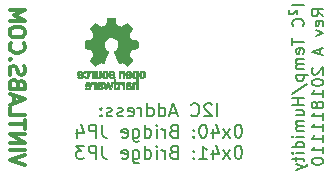
<source format=gbr>
G04 #@! TF.GenerationSoftware,KiCad,Pcbnew,5.0.0*
G04 #@! TF.CreationDate,2018-11-11T14:48:16-05:00*
G04 #@! TF.ProjectId,Pi-Temp_Humidity,50692D54656D705F48756D6964697479,rev?*
G04 #@! TF.SameCoordinates,Original*
G04 #@! TF.FileFunction,Legend,Bot*
G04 #@! TF.FilePolarity,Positive*
%FSLAX46Y46*%
G04 Gerber Fmt 4.6, Leading zero omitted, Abs format (unit mm)*
G04 Created by KiCad (PCBNEW 5.0.0) date Sun Nov 11 14:48:16 2018*
%MOMM*%
%LPD*%
G01*
G04 APERTURE LIST*
%ADD10C,0.150000*%
%ADD11C,0.300000*%
%ADD12C,0.010000*%
G04 APERTURE END LIST*
D10*
X197455809Y-88867619D02*
X197455809Y-87767619D01*
X196984380Y-87872380D02*
X196932000Y-87820000D01*
X196827238Y-87767619D01*
X196565333Y-87767619D01*
X196460571Y-87820000D01*
X196408190Y-87872380D01*
X196355809Y-87977142D01*
X196355809Y-88081904D01*
X196408190Y-88239047D01*
X197036761Y-88867619D01*
X196355809Y-88867619D01*
X195255809Y-88762857D02*
X195308190Y-88815238D01*
X195465333Y-88867619D01*
X195570095Y-88867619D01*
X195727238Y-88815238D01*
X195832000Y-88710476D01*
X195884380Y-88605714D01*
X195936761Y-88396190D01*
X195936761Y-88239047D01*
X195884380Y-88029523D01*
X195832000Y-87924761D01*
X195727238Y-87820000D01*
X195570095Y-87767619D01*
X195465333Y-87767619D01*
X195308190Y-87820000D01*
X195255809Y-87872380D01*
X193998666Y-88553333D02*
X193474857Y-88553333D01*
X194103428Y-88867619D02*
X193736761Y-87767619D01*
X193370095Y-88867619D01*
X192532000Y-88867619D02*
X192532000Y-87767619D01*
X192532000Y-88815238D02*
X192636761Y-88867619D01*
X192846285Y-88867619D01*
X192951047Y-88815238D01*
X193003428Y-88762857D01*
X193055809Y-88658095D01*
X193055809Y-88343809D01*
X193003428Y-88239047D01*
X192951047Y-88186666D01*
X192846285Y-88134285D01*
X192636761Y-88134285D01*
X192532000Y-88186666D01*
X191536761Y-88867619D02*
X191536761Y-87767619D01*
X191536761Y-88815238D02*
X191641523Y-88867619D01*
X191851047Y-88867619D01*
X191955809Y-88815238D01*
X192008190Y-88762857D01*
X192060571Y-88658095D01*
X192060571Y-88343809D01*
X192008190Y-88239047D01*
X191955809Y-88186666D01*
X191851047Y-88134285D01*
X191641523Y-88134285D01*
X191536761Y-88186666D01*
X191012952Y-88867619D02*
X191012952Y-88134285D01*
X191012952Y-88343809D02*
X190960571Y-88239047D01*
X190908190Y-88186666D01*
X190803428Y-88134285D01*
X190698666Y-88134285D01*
X189912952Y-88815238D02*
X190017714Y-88867619D01*
X190227238Y-88867619D01*
X190332000Y-88815238D01*
X190384380Y-88710476D01*
X190384380Y-88291428D01*
X190332000Y-88186666D01*
X190227238Y-88134285D01*
X190017714Y-88134285D01*
X189912952Y-88186666D01*
X189860571Y-88291428D01*
X189860571Y-88396190D01*
X190384380Y-88500952D01*
X189441523Y-88815238D02*
X189336761Y-88867619D01*
X189127238Y-88867619D01*
X189022476Y-88815238D01*
X188970095Y-88710476D01*
X188970095Y-88658095D01*
X189022476Y-88553333D01*
X189127238Y-88500952D01*
X189284380Y-88500952D01*
X189389142Y-88448571D01*
X189441523Y-88343809D01*
X189441523Y-88291428D01*
X189389142Y-88186666D01*
X189284380Y-88134285D01*
X189127238Y-88134285D01*
X189022476Y-88186666D01*
X188551047Y-88815238D02*
X188446285Y-88867619D01*
X188236761Y-88867619D01*
X188132000Y-88815238D01*
X188079619Y-88710476D01*
X188079619Y-88658095D01*
X188132000Y-88553333D01*
X188236761Y-88500952D01*
X188393904Y-88500952D01*
X188498666Y-88448571D01*
X188551047Y-88343809D01*
X188551047Y-88291428D01*
X188498666Y-88186666D01*
X188393904Y-88134285D01*
X188236761Y-88134285D01*
X188132000Y-88186666D01*
X187608190Y-88762857D02*
X187555809Y-88815238D01*
X187608190Y-88867619D01*
X187660571Y-88815238D01*
X187608190Y-88762857D01*
X187608190Y-88867619D01*
X187608190Y-88186666D02*
X187555809Y-88239047D01*
X187608190Y-88291428D01*
X187660571Y-88239047D01*
X187608190Y-88186666D01*
X187608190Y-88291428D01*
X199289142Y-89567619D02*
X199184380Y-89567619D01*
X199079619Y-89620000D01*
X199027238Y-89672380D01*
X198974857Y-89777142D01*
X198922476Y-89986666D01*
X198922476Y-90248571D01*
X198974857Y-90458095D01*
X199027238Y-90562857D01*
X199079619Y-90615238D01*
X199184380Y-90667619D01*
X199289142Y-90667619D01*
X199393904Y-90615238D01*
X199446285Y-90562857D01*
X199498666Y-90458095D01*
X199551047Y-90248571D01*
X199551047Y-89986666D01*
X199498666Y-89777142D01*
X199446285Y-89672380D01*
X199393904Y-89620000D01*
X199289142Y-89567619D01*
X198555809Y-90667619D02*
X197979619Y-89934285D01*
X198555809Y-89934285D02*
X197979619Y-90667619D01*
X197089142Y-89934285D02*
X197089142Y-90667619D01*
X197351047Y-89515238D02*
X197612952Y-90300952D01*
X196932000Y-90300952D01*
X196303428Y-89567619D02*
X196198666Y-89567619D01*
X196093904Y-89620000D01*
X196041523Y-89672380D01*
X195989142Y-89777142D01*
X195936761Y-89986666D01*
X195936761Y-90248571D01*
X195989142Y-90458095D01*
X196041523Y-90562857D01*
X196093904Y-90615238D01*
X196198666Y-90667619D01*
X196303428Y-90667619D01*
X196408190Y-90615238D01*
X196460571Y-90562857D01*
X196512952Y-90458095D01*
X196565333Y-90248571D01*
X196565333Y-89986666D01*
X196512952Y-89777142D01*
X196460571Y-89672380D01*
X196408190Y-89620000D01*
X196303428Y-89567619D01*
X195465333Y-90562857D02*
X195412952Y-90615238D01*
X195465333Y-90667619D01*
X195517714Y-90615238D01*
X195465333Y-90562857D01*
X195465333Y-90667619D01*
X195465333Y-89986666D02*
X195412952Y-90039047D01*
X195465333Y-90091428D01*
X195517714Y-90039047D01*
X195465333Y-89986666D01*
X195465333Y-90091428D01*
X193736761Y-90091428D02*
X193579619Y-90143809D01*
X193527238Y-90196190D01*
X193474857Y-90300952D01*
X193474857Y-90458095D01*
X193527238Y-90562857D01*
X193579619Y-90615238D01*
X193684380Y-90667619D01*
X194103428Y-90667619D01*
X194103428Y-89567619D01*
X193736761Y-89567619D01*
X193632000Y-89620000D01*
X193579619Y-89672380D01*
X193527238Y-89777142D01*
X193527238Y-89881904D01*
X193579619Y-89986666D01*
X193632000Y-90039047D01*
X193736761Y-90091428D01*
X194103428Y-90091428D01*
X193003428Y-90667619D02*
X193003428Y-89934285D01*
X193003428Y-90143809D02*
X192951047Y-90039047D01*
X192898666Y-89986666D01*
X192793904Y-89934285D01*
X192689142Y-89934285D01*
X192322476Y-90667619D02*
X192322476Y-89934285D01*
X192322476Y-89567619D02*
X192374857Y-89620000D01*
X192322476Y-89672380D01*
X192270095Y-89620000D01*
X192322476Y-89567619D01*
X192322476Y-89672380D01*
X191327238Y-90667619D02*
X191327238Y-89567619D01*
X191327238Y-90615238D02*
X191432000Y-90667619D01*
X191641523Y-90667619D01*
X191746285Y-90615238D01*
X191798666Y-90562857D01*
X191851047Y-90458095D01*
X191851047Y-90143809D01*
X191798666Y-90039047D01*
X191746285Y-89986666D01*
X191641523Y-89934285D01*
X191432000Y-89934285D01*
X191327238Y-89986666D01*
X190332000Y-89934285D02*
X190332000Y-90824761D01*
X190384380Y-90929523D01*
X190436761Y-90981904D01*
X190541523Y-91034285D01*
X190698666Y-91034285D01*
X190803428Y-90981904D01*
X190332000Y-90615238D02*
X190436761Y-90667619D01*
X190646285Y-90667619D01*
X190751047Y-90615238D01*
X190803428Y-90562857D01*
X190855809Y-90458095D01*
X190855809Y-90143809D01*
X190803428Y-90039047D01*
X190751047Y-89986666D01*
X190646285Y-89934285D01*
X190436761Y-89934285D01*
X190332000Y-89986666D01*
X189389142Y-90615238D02*
X189493904Y-90667619D01*
X189703428Y-90667619D01*
X189808190Y-90615238D01*
X189860571Y-90510476D01*
X189860571Y-90091428D01*
X189808190Y-89986666D01*
X189703428Y-89934285D01*
X189493904Y-89934285D01*
X189389142Y-89986666D01*
X189336761Y-90091428D01*
X189336761Y-90196190D01*
X189860571Y-90300952D01*
X187712952Y-89567619D02*
X187712952Y-90353333D01*
X187765333Y-90510476D01*
X187870095Y-90615238D01*
X188027238Y-90667619D01*
X188132000Y-90667619D01*
X187189142Y-90667619D02*
X187189142Y-89567619D01*
X186770095Y-89567619D01*
X186665333Y-89620000D01*
X186612952Y-89672380D01*
X186560571Y-89777142D01*
X186560571Y-89934285D01*
X186612952Y-90039047D01*
X186665333Y-90091428D01*
X186770095Y-90143809D01*
X187189142Y-90143809D01*
X185617714Y-89934285D02*
X185617714Y-90667619D01*
X185879619Y-89515238D02*
X186141523Y-90300952D01*
X185460571Y-90300952D01*
X199289142Y-91367619D02*
X199184380Y-91367619D01*
X199079619Y-91420000D01*
X199027238Y-91472380D01*
X198974857Y-91577142D01*
X198922476Y-91786666D01*
X198922476Y-92048571D01*
X198974857Y-92258095D01*
X199027238Y-92362857D01*
X199079619Y-92415238D01*
X199184380Y-92467619D01*
X199289142Y-92467619D01*
X199393904Y-92415238D01*
X199446285Y-92362857D01*
X199498666Y-92258095D01*
X199551047Y-92048571D01*
X199551047Y-91786666D01*
X199498666Y-91577142D01*
X199446285Y-91472380D01*
X199393904Y-91420000D01*
X199289142Y-91367619D01*
X198555809Y-92467619D02*
X197979619Y-91734285D01*
X198555809Y-91734285D02*
X197979619Y-92467619D01*
X197089142Y-91734285D02*
X197089142Y-92467619D01*
X197351047Y-91315238D02*
X197612952Y-92100952D01*
X196932000Y-92100952D01*
X195936761Y-92467619D02*
X196565333Y-92467619D01*
X196251047Y-92467619D02*
X196251047Y-91367619D01*
X196355809Y-91524761D01*
X196460571Y-91629523D01*
X196565333Y-91681904D01*
X195465333Y-92362857D02*
X195412952Y-92415238D01*
X195465333Y-92467619D01*
X195517714Y-92415238D01*
X195465333Y-92362857D01*
X195465333Y-92467619D01*
X195465333Y-91786666D02*
X195412952Y-91839047D01*
X195465333Y-91891428D01*
X195517714Y-91839047D01*
X195465333Y-91786666D01*
X195465333Y-91891428D01*
X193736761Y-91891428D02*
X193579619Y-91943809D01*
X193527238Y-91996190D01*
X193474857Y-92100952D01*
X193474857Y-92258095D01*
X193527238Y-92362857D01*
X193579619Y-92415238D01*
X193684380Y-92467619D01*
X194103428Y-92467619D01*
X194103428Y-91367619D01*
X193736761Y-91367619D01*
X193632000Y-91420000D01*
X193579619Y-91472380D01*
X193527238Y-91577142D01*
X193527238Y-91681904D01*
X193579619Y-91786666D01*
X193632000Y-91839047D01*
X193736761Y-91891428D01*
X194103428Y-91891428D01*
X193003428Y-92467619D02*
X193003428Y-91734285D01*
X193003428Y-91943809D02*
X192951047Y-91839047D01*
X192898666Y-91786666D01*
X192793904Y-91734285D01*
X192689142Y-91734285D01*
X192322476Y-92467619D02*
X192322476Y-91734285D01*
X192322476Y-91367619D02*
X192374857Y-91420000D01*
X192322476Y-91472380D01*
X192270095Y-91420000D01*
X192322476Y-91367619D01*
X192322476Y-91472380D01*
X191327238Y-92467619D02*
X191327238Y-91367619D01*
X191327238Y-92415238D02*
X191432000Y-92467619D01*
X191641523Y-92467619D01*
X191746285Y-92415238D01*
X191798666Y-92362857D01*
X191851047Y-92258095D01*
X191851047Y-91943809D01*
X191798666Y-91839047D01*
X191746285Y-91786666D01*
X191641523Y-91734285D01*
X191432000Y-91734285D01*
X191327238Y-91786666D01*
X190332000Y-91734285D02*
X190332000Y-92624761D01*
X190384380Y-92729523D01*
X190436761Y-92781904D01*
X190541523Y-92834285D01*
X190698666Y-92834285D01*
X190803428Y-92781904D01*
X190332000Y-92415238D02*
X190436761Y-92467619D01*
X190646285Y-92467619D01*
X190751047Y-92415238D01*
X190803428Y-92362857D01*
X190855809Y-92258095D01*
X190855809Y-91943809D01*
X190803428Y-91839047D01*
X190751047Y-91786666D01*
X190646285Y-91734285D01*
X190436761Y-91734285D01*
X190332000Y-91786666D01*
X189389142Y-92415238D02*
X189493904Y-92467619D01*
X189703428Y-92467619D01*
X189808190Y-92415238D01*
X189860571Y-92310476D01*
X189860571Y-91891428D01*
X189808190Y-91786666D01*
X189703428Y-91734285D01*
X189493904Y-91734285D01*
X189389142Y-91786666D01*
X189336761Y-91891428D01*
X189336761Y-91996190D01*
X189860571Y-92100952D01*
X187712952Y-91367619D02*
X187712952Y-92153333D01*
X187765333Y-92310476D01*
X187870095Y-92415238D01*
X188027238Y-92467619D01*
X188132000Y-92467619D01*
X187189142Y-92467619D02*
X187189142Y-91367619D01*
X186770095Y-91367619D01*
X186665333Y-91420000D01*
X186612952Y-91472380D01*
X186560571Y-91577142D01*
X186560571Y-91734285D01*
X186612952Y-91839047D01*
X186665333Y-91891428D01*
X186770095Y-91943809D01*
X187189142Y-91943809D01*
X186193904Y-91367619D02*
X185512952Y-91367619D01*
X185879619Y-91786666D01*
X185722476Y-91786666D01*
X185617714Y-91839047D01*
X185565333Y-91891428D01*
X185512952Y-91996190D01*
X185512952Y-92258095D01*
X185565333Y-92362857D01*
X185617714Y-92415238D01*
X185722476Y-92467619D01*
X186036761Y-92467619D01*
X186141523Y-92415238D01*
X186193904Y-92362857D01*
D11*
X181178904Y-93014761D02*
X179878904Y-92581428D01*
X181178904Y-92148095D01*
X179878904Y-91714761D02*
X181178904Y-91714761D01*
X179878904Y-91095714D02*
X181178904Y-91095714D01*
X179878904Y-90352857D01*
X181178904Y-90352857D01*
X181178904Y-89919523D02*
X181178904Y-89176666D01*
X179878904Y-89548095D02*
X181178904Y-89548095D01*
X179878904Y-88124285D02*
X179878904Y-88743333D01*
X181178904Y-88743333D01*
X180250333Y-87752857D02*
X180250333Y-87133809D01*
X179878904Y-87876666D02*
X181178904Y-87443333D01*
X179878904Y-87010000D01*
X180559857Y-86143333D02*
X180497952Y-85957619D01*
X180436047Y-85895714D01*
X180312238Y-85833809D01*
X180126523Y-85833809D01*
X180002714Y-85895714D01*
X179940809Y-85957619D01*
X179878904Y-86081428D01*
X179878904Y-86576666D01*
X181178904Y-86576666D01*
X181178904Y-86143333D01*
X181117000Y-86019523D01*
X181055095Y-85957619D01*
X180931285Y-85895714D01*
X180807476Y-85895714D01*
X180683666Y-85957619D01*
X180621761Y-86019523D01*
X180559857Y-86143333D01*
X180559857Y-86576666D01*
X179940809Y-85338571D02*
X179878904Y-85152857D01*
X179878904Y-84843333D01*
X179940809Y-84719523D01*
X180002714Y-84657619D01*
X180126523Y-84595714D01*
X180250333Y-84595714D01*
X180374142Y-84657619D01*
X180436047Y-84719523D01*
X180497952Y-84843333D01*
X180559857Y-85090952D01*
X180621761Y-85214761D01*
X180683666Y-85276666D01*
X180807476Y-85338571D01*
X180931285Y-85338571D01*
X181055095Y-85276666D01*
X181117000Y-85214761D01*
X181178904Y-85090952D01*
X181178904Y-84781428D01*
X181117000Y-84595714D01*
X180002714Y-84038571D02*
X179940809Y-83976666D01*
X179878904Y-84038571D01*
X179940809Y-84100476D01*
X180002714Y-84038571D01*
X179878904Y-84038571D01*
X180002714Y-82676666D02*
X179940809Y-82738571D01*
X179878904Y-82924285D01*
X179878904Y-83048095D01*
X179940809Y-83233809D01*
X180064619Y-83357619D01*
X180188428Y-83419523D01*
X180436047Y-83481428D01*
X180621761Y-83481428D01*
X180869380Y-83419523D01*
X180993190Y-83357619D01*
X181117000Y-83233809D01*
X181178904Y-83048095D01*
X181178904Y-82924285D01*
X181117000Y-82738571D01*
X181055095Y-82676666D01*
X181178904Y-81871904D02*
X181178904Y-81624285D01*
X181117000Y-81500476D01*
X180993190Y-81376666D01*
X180745571Y-81314761D01*
X180312238Y-81314761D01*
X180064619Y-81376666D01*
X179940809Y-81500476D01*
X179878904Y-81624285D01*
X179878904Y-81871904D01*
X179940809Y-81995714D01*
X180064619Y-82119523D01*
X180312238Y-82181428D01*
X180745571Y-82181428D01*
X180993190Y-82119523D01*
X181117000Y-81995714D01*
X181178904Y-81871904D01*
X179878904Y-80757619D02*
X181178904Y-80757619D01*
X180250333Y-80324285D01*
X181178904Y-79890952D01*
X179878904Y-79890952D01*
D10*
X204796380Y-79407619D02*
X203796380Y-79407619D01*
X203558285Y-79836190D02*
X203510666Y-79931428D01*
X203510666Y-80074285D01*
X203558285Y-80169523D01*
X203653523Y-80217142D01*
X203748761Y-80217142D01*
X203844000Y-80169523D01*
X204177333Y-79836190D01*
X204177333Y-80217142D01*
X204701142Y-81217142D02*
X204748761Y-81169523D01*
X204796380Y-81026666D01*
X204796380Y-80931428D01*
X204748761Y-80788571D01*
X204653523Y-80693333D01*
X204558285Y-80645714D01*
X204367809Y-80598095D01*
X204224952Y-80598095D01*
X204034476Y-80645714D01*
X203939238Y-80693333D01*
X203844000Y-80788571D01*
X203796380Y-80931428D01*
X203796380Y-81026666D01*
X203844000Y-81169523D01*
X203891619Y-81217142D01*
X203796380Y-82264761D02*
X203796380Y-82836190D01*
X204796380Y-82550476D02*
X203796380Y-82550476D01*
X204748761Y-83550476D02*
X204796380Y-83455238D01*
X204796380Y-83264761D01*
X204748761Y-83169523D01*
X204653523Y-83121904D01*
X204272571Y-83121904D01*
X204177333Y-83169523D01*
X204129714Y-83264761D01*
X204129714Y-83455238D01*
X204177333Y-83550476D01*
X204272571Y-83598095D01*
X204367809Y-83598095D01*
X204463047Y-83121904D01*
X204796380Y-84026666D02*
X204129714Y-84026666D01*
X204224952Y-84026666D02*
X204177333Y-84074285D01*
X204129714Y-84169523D01*
X204129714Y-84312380D01*
X204177333Y-84407619D01*
X204272571Y-84455238D01*
X204796380Y-84455238D01*
X204272571Y-84455238D02*
X204177333Y-84502857D01*
X204129714Y-84598095D01*
X204129714Y-84740952D01*
X204177333Y-84836190D01*
X204272571Y-84883809D01*
X204796380Y-84883809D01*
X204129714Y-85360000D02*
X205129714Y-85360000D01*
X204177333Y-85360000D02*
X204129714Y-85455238D01*
X204129714Y-85645714D01*
X204177333Y-85740952D01*
X204224952Y-85788571D01*
X204320190Y-85836190D01*
X204605904Y-85836190D01*
X204701142Y-85788571D01*
X204748761Y-85740952D01*
X204796380Y-85645714D01*
X204796380Y-85455238D01*
X204748761Y-85360000D01*
X203748761Y-86979047D02*
X205034476Y-86121904D01*
X204796380Y-87312380D02*
X203796380Y-87312380D01*
X204272571Y-87312380D02*
X204272571Y-87883809D01*
X204796380Y-87883809D02*
X203796380Y-87883809D01*
X204129714Y-88788571D02*
X204796380Y-88788571D01*
X204129714Y-88360000D02*
X204653523Y-88360000D01*
X204748761Y-88407619D01*
X204796380Y-88502857D01*
X204796380Y-88645714D01*
X204748761Y-88740952D01*
X204701142Y-88788571D01*
X204796380Y-89264761D02*
X204129714Y-89264761D01*
X204224952Y-89264761D02*
X204177333Y-89312380D01*
X204129714Y-89407619D01*
X204129714Y-89550476D01*
X204177333Y-89645714D01*
X204272571Y-89693333D01*
X204796380Y-89693333D01*
X204272571Y-89693333D02*
X204177333Y-89740952D01*
X204129714Y-89836190D01*
X204129714Y-89979047D01*
X204177333Y-90074285D01*
X204272571Y-90121904D01*
X204796380Y-90121904D01*
X204796380Y-90598095D02*
X204129714Y-90598095D01*
X203796380Y-90598095D02*
X203844000Y-90550476D01*
X203891619Y-90598095D01*
X203844000Y-90645714D01*
X203796380Y-90598095D01*
X203891619Y-90598095D01*
X204796380Y-91502857D02*
X203796380Y-91502857D01*
X204748761Y-91502857D02*
X204796380Y-91407619D01*
X204796380Y-91217142D01*
X204748761Y-91121904D01*
X204701142Y-91074285D01*
X204605904Y-91026666D01*
X204320190Y-91026666D01*
X204224952Y-91074285D01*
X204177333Y-91121904D01*
X204129714Y-91217142D01*
X204129714Y-91407619D01*
X204177333Y-91502857D01*
X204796380Y-91979047D02*
X204129714Y-91979047D01*
X203796380Y-91979047D02*
X203844000Y-91931428D01*
X203891619Y-91979047D01*
X203844000Y-92026666D01*
X203796380Y-91979047D01*
X203891619Y-91979047D01*
X204129714Y-92312380D02*
X204129714Y-92693333D01*
X203796380Y-92455238D02*
X204653523Y-92455238D01*
X204748761Y-92502857D01*
X204796380Y-92598095D01*
X204796380Y-92693333D01*
X204129714Y-92931428D02*
X204796380Y-93169523D01*
X204129714Y-93407619D02*
X204796380Y-93169523D01*
X205034476Y-93074285D01*
X205082095Y-93026666D01*
X205129714Y-92931428D01*
X206446380Y-80383809D02*
X205970190Y-80050476D01*
X206446380Y-79812380D02*
X205446380Y-79812380D01*
X205446380Y-80193333D01*
X205494000Y-80288571D01*
X205541619Y-80336190D01*
X205636857Y-80383809D01*
X205779714Y-80383809D01*
X205874952Y-80336190D01*
X205922571Y-80288571D01*
X205970190Y-80193333D01*
X205970190Y-79812380D01*
X206398761Y-81193333D02*
X206446380Y-81098095D01*
X206446380Y-80907619D01*
X206398761Y-80812380D01*
X206303523Y-80764761D01*
X205922571Y-80764761D01*
X205827333Y-80812380D01*
X205779714Y-80907619D01*
X205779714Y-81098095D01*
X205827333Y-81193333D01*
X205922571Y-81240952D01*
X206017809Y-81240952D01*
X206113047Y-80764761D01*
X205779714Y-81574285D02*
X206446380Y-81812380D01*
X205779714Y-82050476D01*
X206160666Y-83145714D02*
X206160666Y-83621904D01*
X206446380Y-83050476D02*
X205446380Y-83383809D01*
X206446380Y-83717142D01*
X205541619Y-84764761D02*
X205494000Y-84812380D01*
X205446380Y-84907619D01*
X205446380Y-85145714D01*
X205494000Y-85240952D01*
X205541619Y-85288571D01*
X205636857Y-85336190D01*
X205732095Y-85336190D01*
X205874952Y-85288571D01*
X206446380Y-84717142D01*
X206446380Y-85336190D01*
X205446380Y-85955238D02*
X205446380Y-86050476D01*
X205494000Y-86145714D01*
X205541619Y-86193333D01*
X205636857Y-86240952D01*
X205827333Y-86288571D01*
X206065428Y-86288571D01*
X206255904Y-86240952D01*
X206351142Y-86193333D01*
X206398761Y-86145714D01*
X206446380Y-86050476D01*
X206446380Y-85955238D01*
X206398761Y-85860000D01*
X206351142Y-85812380D01*
X206255904Y-85764761D01*
X206065428Y-85717142D01*
X205827333Y-85717142D01*
X205636857Y-85764761D01*
X205541619Y-85812380D01*
X205494000Y-85860000D01*
X205446380Y-85955238D01*
X206446380Y-87240952D02*
X206446380Y-86669523D01*
X206446380Y-86955238D02*
X205446380Y-86955238D01*
X205589238Y-86860000D01*
X205684476Y-86764761D01*
X205732095Y-86669523D01*
X205874952Y-87812380D02*
X205827333Y-87717142D01*
X205779714Y-87669523D01*
X205684476Y-87621904D01*
X205636857Y-87621904D01*
X205541619Y-87669523D01*
X205494000Y-87717142D01*
X205446380Y-87812380D01*
X205446380Y-88002857D01*
X205494000Y-88098095D01*
X205541619Y-88145714D01*
X205636857Y-88193333D01*
X205684476Y-88193333D01*
X205779714Y-88145714D01*
X205827333Y-88098095D01*
X205874952Y-88002857D01*
X205874952Y-87812380D01*
X205922571Y-87717142D01*
X205970190Y-87669523D01*
X206065428Y-87621904D01*
X206255904Y-87621904D01*
X206351142Y-87669523D01*
X206398761Y-87717142D01*
X206446380Y-87812380D01*
X206446380Y-88002857D01*
X206398761Y-88098095D01*
X206351142Y-88145714D01*
X206255904Y-88193333D01*
X206065428Y-88193333D01*
X205970190Y-88145714D01*
X205922571Y-88098095D01*
X205874952Y-88002857D01*
X206446380Y-89145714D02*
X206446380Y-88574285D01*
X206446380Y-88860000D02*
X205446380Y-88860000D01*
X205589238Y-88764761D01*
X205684476Y-88669523D01*
X205732095Y-88574285D01*
X206446380Y-90098095D02*
X206446380Y-89526666D01*
X206446380Y-89812380D02*
X205446380Y-89812380D01*
X205589238Y-89717142D01*
X205684476Y-89621904D01*
X205732095Y-89526666D01*
X206446380Y-91050476D02*
X206446380Y-90479047D01*
X206446380Y-90764761D02*
X205446380Y-90764761D01*
X205589238Y-90669523D01*
X205684476Y-90574285D01*
X205732095Y-90479047D01*
X206446380Y-92002857D02*
X206446380Y-91431428D01*
X206446380Y-91717142D02*
X205446380Y-91717142D01*
X205589238Y-91621904D01*
X205684476Y-91526666D01*
X205732095Y-91431428D01*
X205446380Y-92621904D02*
X205446380Y-92717142D01*
X205494000Y-92812380D01*
X205541619Y-92860000D01*
X205636857Y-92907619D01*
X205827333Y-92955238D01*
X206065428Y-92955238D01*
X206255904Y-92907619D01*
X206351142Y-92860000D01*
X206398761Y-92812380D01*
X206446380Y-92717142D01*
X206446380Y-92621904D01*
X206398761Y-92526666D01*
X206351142Y-92479047D01*
X206255904Y-92431428D01*
X206065428Y-92383809D01*
X205827333Y-92383809D01*
X205636857Y-92431428D01*
X205541619Y-92479047D01*
X205494000Y-92526666D01*
X205446380Y-92621904D01*
D12*
G04 #@! TO.C,REF\002A\002A*
G36*
X188091036Y-80856018D02*
X188034188Y-81157570D01*
X187614662Y-81330512D01*
X187363016Y-81159395D01*
X187292542Y-81111750D01*
X187228837Y-81069210D01*
X187174874Y-81033715D01*
X187133627Y-81007210D01*
X187108066Y-80991636D01*
X187101105Y-80988278D01*
X187088565Y-80996914D01*
X187061769Y-81020792D01*
X187023720Y-81056859D01*
X186977421Y-81102067D01*
X186925877Y-81153364D01*
X186872091Y-81207701D01*
X186819065Y-81262028D01*
X186769805Y-81313295D01*
X186727313Y-81358451D01*
X186694593Y-81394446D01*
X186674649Y-81418230D01*
X186669881Y-81426190D01*
X186676743Y-81440865D01*
X186695980Y-81473014D01*
X186725570Y-81519492D01*
X186763490Y-81577156D01*
X186807718Y-81642860D01*
X186833346Y-81680336D01*
X186880059Y-81748768D01*
X186921568Y-81810520D01*
X186955860Y-81862519D01*
X186980920Y-81901692D01*
X186994736Y-81924965D01*
X186996812Y-81929855D01*
X186992105Y-81943755D01*
X186979277Y-81976150D01*
X186960262Y-82022485D01*
X186936997Y-82078206D01*
X186911416Y-82138758D01*
X186885455Y-82199586D01*
X186861050Y-82256136D01*
X186840137Y-82303852D01*
X186824651Y-82338181D01*
X186816528Y-82354568D01*
X186816048Y-82355212D01*
X186803293Y-82358341D01*
X186769323Y-82365321D01*
X186717660Y-82375467D01*
X186651824Y-82388092D01*
X186575336Y-82402509D01*
X186530710Y-82410823D01*
X186448979Y-82426384D01*
X186375157Y-82441192D01*
X186312979Y-82454436D01*
X186266178Y-82465305D01*
X186238491Y-82472989D01*
X186232926Y-82475427D01*
X186227474Y-82491930D01*
X186223076Y-82529200D01*
X186219728Y-82582880D01*
X186217426Y-82648612D01*
X186216168Y-82722037D01*
X186215952Y-82798796D01*
X186216773Y-82874532D01*
X186218629Y-82944886D01*
X186221518Y-83005500D01*
X186225435Y-83052016D01*
X186230378Y-83080075D01*
X186233343Y-83085916D01*
X186251066Y-83092917D01*
X186288619Y-83102927D01*
X186341036Y-83114769D01*
X186403348Y-83127267D01*
X186425100Y-83131310D01*
X186529976Y-83150520D01*
X186612820Y-83165991D01*
X186676370Y-83178337D01*
X186723363Y-83188173D01*
X186756537Y-83196114D01*
X186778629Y-83202776D01*
X186792376Y-83208773D01*
X186800516Y-83214719D01*
X186801655Y-83215894D01*
X186813023Y-83234826D01*
X186830365Y-83271669D01*
X186851950Y-83321913D01*
X186876046Y-83381046D01*
X186900921Y-83444556D01*
X186924843Y-83507932D01*
X186946081Y-83566662D01*
X186962903Y-83616235D01*
X186973578Y-83652139D01*
X186976373Y-83669862D01*
X186976140Y-83670483D01*
X186966669Y-83684970D01*
X186945182Y-83716844D01*
X186913937Y-83762789D01*
X186875193Y-83819485D01*
X186831207Y-83883617D01*
X186818681Y-83901842D01*
X186774016Y-83967914D01*
X186734712Y-84028200D01*
X186702912Y-84079235D01*
X186680755Y-84117560D01*
X186670383Y-84139711D01*
X186669881Y-84142432D01*
X186678595Y-84156736D01*
X186702675Y-84185072D01*
X186739024Y-84224396D01*
X186784547Y-84271661D01*
X186836148Y-84323823D01*
X186890733Y-84377835D01*
X186945206Y-84430653D01*
X186996471Y-84479231D01*
X187041433Y-84520523D01*
X187076996Y-84551485D01*
X187100065Y-84569070D01*
X187106446Y-84571941D01*
X187121301Y-84565178D01*
X187151714Y-84546939D01*
X187192732Y-84520297D01*
X187224291Y-84498852D01*
X187281475Y-84459503D01*
X187349194Y-84413171D01*
X187417120Y-84366913D01*
X187453639Y-84342155D01*
X187577248Y-84258547D01*
X187681009Y-84314650D01*
X187728280Y-84339228D01*
X187768477Y-84358331D01*
X187795674Y-84369227D01*
X187802598Y-84370743D01*
X187810923Y-84359549D01*
X187827346Y-84327917D01*
X187850643Y-84278765D01*
X187879586Y-84215010D01*
X187912950Y-84139571D01*
X187949509Y-84055364D01*
X187988036Y-83965308D01*
X188027306Y-83872321D01*
X188066092Y-83779320D01*
X188103170Y-83689223D01*
X188137311Y-83604948D01*
X188167292Y-83529413D01*
X188191884Y-83465534D01*
X188209864Y-83416231D01*
X188220003Y-83384421D01*
X188221634Y-83373496D01*
X188208709Y-83359561D01*
X188180411Y-83336940D01*
X188142654Y-83310333D01*
X188139485Y-83308228D01*
X188041900Y-83230114D01*
X187963214Y-83138982D01*
X187904109Y-83037745D01*
X187865268Y-82929318D01*
X187847372Y-82816614D01*
X187851103Y-82702548D01*
X187877143Y-82590034D01*
X187926175Y-82481985D01*
X187940600Y-82458345D01*
X188015631Y-82362887D01*
X188104270Y-82286232D01*
X188203451Y-82228780D01*
X188310105Y-82190929D01*
X188421164Y-82173078D01*
X188533561Y-82175625D01*
X188644227Y-82198970D01*
X188750094Y-82243510D01*
X188848095Y-82309645D01*
X188878410Y-82336487D01*
X188955562Y-82420512D01*
X189011782Y-82508966D01*
X189050347Y-82608115D01*
X189071826Y-82706303D01*
X189077128Y-82816697D01*
X189059448Y-82927640D01*
X189020581Y-83035381D01*
X188962323Y-83136169D01*
X188886469Y-83226256D01*
X188794817Y-83301892D01*
X188782772Y-83309864D01*
X188744611Y-83335974D01*
X188715601Y-83358595D01*
X188701732Y-83373039D01*
X188701531Y-83373496D01*
X188704508Y-83389121D01*
X188716311Y-83424582D01*
X188735714Y-83476962D01*
X188761488Y-83543345D01*
X188792409Y-83620814D01*
X188827249Y-83706450D01*
X188864783Y-83797337D01*
X188903783Y-83890559D01*
X188943023Y-83983197D01*
X188981276Y-84072335D01*
X189017317Y-84155055D01*
X189049917Y-84228441D01*
X189077852Y-84289575D01*
X189099895Y-84335541D01*
X189114818Y-84363421D01*
X189120828Y-84370743D01*
X189139191Y-84365041D01*
X189173552Y-84349749D01*
X189217984Y-84327599D01*
X189242417Y-84314650D01*
X189346178Y-84258547D01*
X189469787Y-84342155D01*
X189532886Y-84384987D01*
X189601970Y-84432122D01*
X189666707Y-84476503D01*
X189699134Y-84498852D01*
X189744741Y-84529477D01*
X189783360Y-84553747D01*
X189809952Y-84568587D01*
X189818590Y-84571724D01*
X189831161Y-84563261D01*
X189858984Y-84539636D01*
X189899361Y-84503302D01*
X189949595Y-84456711D01*
X190006988Y-84402317D01*
X190043286Y-84367392D01*
X190106790Y-84304996D01*
X190161673Y-84249188D01*
X190205714Y-84202354D01*
X190236695Y-84166882D01*
X190252398Y-84145161D01*
X190253905Y-84140752D01*
X190246914Y-84123985D01*
X190227594Y-84090082D01*
X190198091Y-84042476D01*
X190160545Y-83984599D01*
X190117100Y-83919884D01*
X190104745Y-83901842D01*
X190059727Y-83836267D01*
X190019340Y-83777228D01*
X189985840Y-83728042D01*
X189961486Y-83692028D01*
X189948536Y-83672502D01*
X189947285Y-83670483D01*
X189949156Y-83654922D01*
X189959087Y-83620709D01*
X189975347Y-83572355D01*
X189996205Y-83514371D01*
X190019927Y-83451270D01*
X190044784Y-83387563D01*
X190069042Y-83327761D01*
X190090971Y-83276376D01*
X190108838Y-83237919D01*
X190120913Y-83216902D01*
X190121771Y-83215894D01*
X190129154Y-83209888D01*
X190141625Y-83203948D01*
X190161920Y-83197460D01*
X190192778Y-83189809D01*
X190236934Y-83180380D01*
X190297126Y-83168559D01*
X190376093Y-83153729D01*
X190476570Y-83135277D01*
X190498325Y-83131310D01*
X190562802Y-83118853D01*
X190619011Y-83106666D01*
X190661987Y-83095926D01*
X190686760Y-83087809D01*
X190690082Y-83085916D01*
X190695556Y-83069138D01*
X190700006Y-83031645D01*
X190703428Y-82977794D01*
X190705819Y-82911944D01*
X190707177Y-82838453D01*
X190707499Y-82761680D01*
X190706781Y-82685983D01*
X190705021Y-82615720D01*
X190702216Y-82555250D01*
X190698362Y-82508930D01*
X190693457Y-82481119D01*
X190690500Y-82475427D01*
X190674037Y-82469686D01*
X190636551Y-82460345D01*
X190581775Y-82448215D01*
X190513445Y-82434107D01*
X190435294Y-82418830D01*
X190392716Y-82410823D01*
X190311929Y-82395721D01*
X190239887Y-82382040D01*
X190180111Y-82370467D01*
X190136121Y-82361687D01*
X190111439Y-82356387D01*
X190107377Y-82355212D01*
X190100511Y-82341965D01*
X190085998Y-82310057D01*
X190065771Y-82264047D01*
X190041766Y-82208492D01*
X190015918Y-82147953D01*
X189990160Y-82086986D01*
X189966427Y-82030151D01*
X189946654Y-81982006D01*
X189932776Y-81947110D01*
X189926726Y-81930021D01*
X189926614Y-81929274D01*
X189933472Y-81915793D01*
X189952698Y-81884770D01*
X189982272Y-81839289D01*
X190020173Y-81782432D01*
X190064380Y-81717283D01*
X190090079Y-81679862D01*
X190136907Y-81611247D01*
X190178499Y-81548952D01*
X190212825Y-81496129D01*
X190237857Y-81455927D01*
X190251565Y-81431500D01*
X190253544Y-81426024D01*
X190245034Y-81413278D01*
X190221507Y-81386063D01*
X190185968Y-81347428D01*
X190141423Y-81300423D01*
X190090877Y-81248095D01*
X190037336Y-81193495D01*
X189983805Y-81139670D01*
X189933289Y-81089670D01*
X189888794Y-81046543D01*
X189853325Y-81013339D01*
X189829887Y-80993106D01*
X189822046Y-80988278D01*
X189809280Y-80995067D01*
X189778744Y-81014142D01*
X189733410Y-81043561D01*
X189676244Y-81081381D01*
X189610216Y-81125661D01*
X189560410Y-81159395D01*
X189308764Y-81330512D01*
X189099001Y-81244041D01*
X188889237Y-81157570D01*
X188832389Y-80856018D01*
X188775540Y-80554466D01*
X188147885Y-80554466D01*
X188091036Y-80856018D01*
X188091036Y-80856018D01*
G37*
X188091036Y-80856018D02*
X188034188Y-81157570D01*
X187614662Y-81330512D01*
X187363016Y-81159395D01*
X187292542Y-81111750D01*
X187228837Y-81069210D01*
X187174874Y-81033715D01*
X187133627Y-81007210D01*
X187108066Y-80991636D01*
X187101105Y-80988278D01*
X187088565Y-80996914D01*
X187061769Y-81020792D01*
X187023720Y-81056859D01*
X186977421Y-81102067D01*
X186925877Y-81153364D01*
X186872091Y-81207701D01*
X186819065Y-81262028D01*
X186769805Y-81313295D01*
X186727313Y-81358451D01*
X186694593Y-81394446D01*
X186674649Y-81418230D01*
X186669881Y-81426190D01*
X186676743Y-81440865D01*
X186695980Y-81473014D01*
X186725570Y-81519492D01*
X186763490Y-81577156D01*
X186807718Y-81642860D01*
X186833346Y-81680336D01*
X186880059Y-81748768D01*
X186921568Y-81810520D01*
X186955860Y-81862519D01*
X186980920Y-81901692D01*
X186994736Y-81924965D01*
X186996812Y-81929855D01*
X186992105Y-81943755D01*
X186979277Y-81976150D01*
X186960262Y-82022485D01*
X186936997Y-82078206D01*
X186911416Y-82138758D01*
X186885455Y-82199586D01*
X186861050Y-82256136D01*
X186840137Y-82303852D01*
X186824651Y-82338181D01*
X186816528Y-82354568D01*
X186816048Y-82355212D01*
X186803293Y-82358341D01*
X186769323Y-82365321D01*
X186717660Y-82375467D01*
X186651824Y-82388092D01*
X186575336Y-82402509D01*
X186530710Y-82410823D01*
X186448979Y-82426384D01*
X186375157Y-82441192D01*
X186312979Y-82454436D01*
X186266178Y-82465305D01*
X186238491Y-82472989D01*
X186232926Y-82475427D01*
X186227474Y-82491930D01*
X186223076Y-82529200D01*
X186219728Y-82582880D01*
X186217426Y-82648612D01*
X186216168Y-82722037D01*
X186215952Y-82798796D01*
X186216773Y-82874532D01*
X186218629Y-82944886D01*
X186221518Y-83005500D01*
X186225435Y-83052016D01*
X186230378Y-83080075D01*
X186233343Y-83085916D01*
X186251066Y-83092917D01*
X186288619Y-83102927D01*
X186341036Y-83114769D01*
X186403348Y-83127267D01*
X186425100Y-83131310D01*
X186529976Y-83150520D01*
X186612820Y-83165991D01*
X186676370Y-83178337D01*
X186723363Y-83188173D01*
X186756537Y-83196114D01*
X186778629Y-83202776D01*
X186792376Y-83208773D01*
X186800516Y-83214719D01*
X186801655Y-83215894D01*
X186813023Y-83234826D01*
X186830365Y-83271669D01*
X186851950Y-83321913D01*
X186876046Y-83381046D01*
X186900921Y-83444556D01*
X186924843Y-83507932D01*
X186946081Y-83566662D01*
X186962903Y-83616235D01*
X186973578Y-83652139D01*
X186976373Y-83669862D01*
X186976140Y-83670483D01*
X186966669Y-83684970D01*
X186945182Y-83716844D01*
X186913937Y-83762789D01*
X186875193Y-83819485D01*
X186831207Y-83883617D01*
X186818681Y-83901842D01*
X186774016Y-83967914D01*
X186734712Y-84028200D01*
X186702912Y-84079235D01*
X186680755Y-84117560D01*
X186670383Y-84139711D01*
X186669881Y-84142432D01*
X186678595Y-84156736D01*
X186702675Y-84185072D01*
X186739024Y-84224396D01*
X186784547Y-84271661D01*
X186836148Y-84323823D01*
X186890733Y-84377835D01*
X186945206Y-84430653D01*
X186996471Y-84479231D01*
X187041433Y-84520523D01*
X187076996Y-84551485D01*
X187100065Y-84569070D01*
X187106446Y-84571941D01*
X187121301Y-84565178D01*
X187151714Y-84546939D01*
X187192732Y-84520297D01*
X187224291Y-84498852D01*
X187281475Y-84459503D01*
X187349194Y-84413171D01*
X187417120Y-84366913D01*
X187453639Y-84342155D01*
X187577248Y-84258547D01*
X187681009Y-84314650D01*
X187728280Y-84339228D01*
X187768477Y-84358331D01*
X187795674Y-84369227D01*
X187802598Y-84370743D01*
X187810923Y-84359549D01*
X187827346Y-84327917D01*
X187850643Y-84278765D01*
X187879586Y-84215010D01*
X187912950Y-84139571D01*
X187949509Y-84055364D01*
X187988036Y-83965308D01*
X188027306Y-83872321D01*
X188066092Y-83779320D01*
X188103170Y-83689223D01*
X188137311Y-83604948D01*
X188167292Y-83529413D01*
X188191884Y-83465534D01*
X188209864Y-83416231D01*
X188220003Y-83384421D01*
X188221634Y-83373496D01*
X188208709Y-83359561D01*
X188180411Y-83336940D01*
X188142654Y-83310333D01*
X188139485Y-83308228D01*
X188041900Y-83230114D01*
X187963214Y-83138982D01*
X187904109Y-83037745D01*
X187865268Y-82929318D01*
X187847372Y-82816614D01*
X187851103Y-82702548D01*
X187877143Y-82590034D01*
X187926175Y-82481985D01*
X187940600Y-82458345D01*
X188015631Y-82362887D01*
X188104270Y-82286232D01*
X188203451Y-82228780D01*
X188310105Y-82190929D01*
X188421164Y-82173078D01*
X188533561Y-82175625D01*
X188644227Y-82198970D01*
X188750094Y-82243510D01*
X188848095Y-82309645D01*
X188878410Y-82336487D01*
X188955562Y-82420512D01*
X189011782Y-82508966D01*
X189050347Y-82608115D01*
X189071826Y-82706303D01*
X189077128Y-82816697D01*
X189059448Y-82927640D01*
X189020581Y-83035381D01*
X188962323Y-83136169D01*
X188886469Y-83226256D01*
X188794817Y-83301892D01*
X188782772Y-83309864D01*
X188744611Y-83335974D01*
X188715601Y-83358595D01*
X188701732Y-83373039D01*
X188701531Y-83373496D01*
X188704508Y-83389121D01*
X188716311Y-83424582D01*
X188735714Y-83476962D01*
X188761488Y-83543345D01*
X188792409Y-83620814D01*
X188827249Y-83706450D01*
X188864783Y-83797337D01*
X188903783Y-83890559D01*
X188943023Y-83983197D01*
X188981276Y-84072335D01*
X189017317Y-84155055D01*
X189049917Y-84228441D01*
X189077852Y-84289575D01*
X189099895Y-84335541D01*
X189114818Y-84363421D01*
X189120828Y-84370743D01*
X189139191Y-84365041D01*
X189173552Y-84349749D01*
X189217984Y-84327599D01*
X189242417Y-84314650D01*
X189346178Y-84258547D01*
X189469787Y-84342155D01*
X189532886Y-84384987D01*
X189601970Y-84432122D01*
X189666707Y-84476503D01*
X189699134Y-84498852D01*
X189744741Y-84529477D01*
X189783360Y-84553747D01*
X189809952Y-84568587D01*
X189818590Y-84571724D01*
X189831161Y-84563261D01*
X189858984Y-84539636D01*
X189899361Y-84503302D01*
X189949595Y-84456711D01*
X190006988Y-84402317D01*
X190043286Y-84367392D01*
X190106790Y-84304996D01*
X190161673Y-84249188D01*
X190205714Y-84202354D01*
X190236695Y-84166882D01*
X190252398Y-84145161D01*
X190253905Y-84140752D01*
X190246914Y-84123985D01*
X190227594Y-84090082D01*
X190198091Y-84042476D01*
X190160545Y-83984599D01*
X190117100Y-83919884D01*
X190104745Y-83901842D01*
X190059727Y-83836267D01*
X190019340Y-83777228D01*
X189985840Y-83728042D01*
X189961486Y-83692028D01*
X189948536Y-83672502D01*
X189947285Y-83670483D01*
X189949156Y-83654922D01*
X189959087Y-83620709D01*
X189975347Y-83572355D01*
X189996205Y-83514371D01*
X190019927Y-83451270D01*
X190044784Y-83387563D01*
X190069042Y-83327761D01*
X190090971Y-83276376D01*
X190108838Y-83237919D01*
X190120913Y-83216902D01*
X190121771Y-83215894D01*
X190129154Y-83209888D01*
X190141625Y-83203948D01*
X190161920Y-83197460D01*
X190192778Y-83189809D01*
X190236934Y-83180380D01*
X190297126Y-83168559D01*
X190376093Y-83153729D01*
X190476570Y-83135277D01*
X190498325Y-83131310D01*
X190562802Y-83118853D01*
X190619011Y-83106666D01*
X190661987Y-83095926D01*
X190686760Y-83087809D01*
X190690082Y-83085916D01*
X190695556Y-83069138D01*
X190700006Y-83031645D01*
X190703428Y-82977794D01*
X190705819Y-82911944D01*
X190707177Y-82838453D01*
X190707499Y-82761680D01*
X190706781Y-82685983D01*
X190705021Y-82615720D01*
X190702216Y-82555250D01*
X190698362Y-82508930D01*
X190693457Y-82481119D01*
X190690500Y-82475427D01*
X190674037Y-82469686D01*
X190636551Y-82460345D01*
X190581775Y-82448215D01*
X190513445Y-82434107D01*
X190435294Y-82418830D01*
X190392716Y-82410823D01*
X190311929Y-82395721D01*
X190239887Y-82382040D01*
X190180111Y-82370467D01*
X190136121Y-82361687D01*
X190111439Y-82356387D01*
X190107377Y-82355212D01*
X190100511Y-82341965D01*
X190085998Y-82310057D01*
X190065771Y-82264047D01*
X190041766Y-82208492D01*
X190015918Y-82147953D01*
X189990160Y-82086986D01*
X189966427Y-82030151D01*
X189946654Y-81982006D01*
X189932776Y-81947110D01*
X189926726Y-81930021D01*
X189926614Y-81929274D01*
X189933472Y-81915793D01*
X189952698Y-81884770D01*
X189982272Y-81839289D01*
X190020173Y-81782432D01*
X190064380Y-81717283D01*
X190090079Y-81679862D01*
X190136907Y-81611247D01*
X190178499Y-81548952D01*
X190212825Y-81496129D01*
X190237857Y-81455927D01*
X190251565Y-81431500D01*
X190253544Y-81426024D01*
X190245034Y-81413278D01*
X190221507Y-81386063D01*
X190185968Y-81347428D01*
X190141423Y-81300423D01*
X190090877Y-81248095D01*
X190037336Y-81193495D01*
X189983805Y-81139670D01*
X189933289Y-81089670D01*
X189888794Y-81046543D01*
X189853325Y-81013339D01*
X189829887Y-80993106D01*
X189822046Y-80988278D01*
X189809280Y-80995067D01*
X189778744Y-81014142D01*
X189733410Y-81043561D01*
X189676244Y-81081381D01*
X189610216Y-81125661D01*
X189560410Y-81159395D01*
X189308764Y-81330512D01*
X189099001Y-81244041D01*
X188889237Y-81157570D01*
X188832389Y-80856018D01*
X188775540Y-80554466D01*
X188147885Y-80554466D01*
X188091036Y-80856018D01*
G36*
X186668540Y-85024030D02*
X186625289Y-85037245D01*
X186597442Y-85053941D01*
X186588371Y-85067145D01*
X186590868Y-85082797D01*
X186607069Y-85107385D01*
X186620768Y-85124800D01*
X186649008Y-85156283D01*
X186670225Y-85169529D01*
X186688312Y-85168664D01*
X186741965Y-85155010D01*
X186781370Y-85155630D01*
X186813368Y-85171104D01*
X186824110Y-85180161D01*
X186858495Y-85212027D01*
X186858495Y-85628179D01*
X186996812Y-85628179D01*
X186996812Y-85024614D01*
X186927653Y-85024614D01*
X186886131Y-85026256D01*
X186864709Y-85032087D01*
X186858498Y-85043461D01*
X186858495Y-85043798D01*
X186855561Y-85055713D01*
X186842296Y-85054159D01*
X186823916Y-85045563D01*
X186785954Y-85029568D01*
X186755128Y-85019945D01*
X186715464Y-85017478D01*
X186668540Y-85024030D01*
X186668540Y-85024030D01*
G37*
X186668540Y-85024030D02*
X186625289Y-85037245D01*
X186597442Y-85053941D01*
X186588371Y-85067145D01*
X186590868Y-85082797D01*
X186607069Y-85107385D01*
X186620768Y-85124800D01*
X186649008Y-85156283D01*
X186670225Y-85169529D01*
X186688312Y-85168664D01*
X186741965Y-85155010D01*
X186781370Y-85155630D01*
X186813368Y-85171104D01*
X186824110Y-85180161D01*
X186858495Y-85212027D01*
X186858495Y-85628179D01*
X186996812Y-85628179D01*
X186996812Y-85024614D01*
X186927653Y-85024614D01*
X186886131Y-85026256D01*
X186864709Y-85032087D01*
X186858498Y-85043461D01*
X186858495Y-85043798D01*
X186855561Y-85055713D01*
X186842296Y-85054159D01*
X186823916Y-85045563D01*
X186785954Y-85029568D01*
X186755128Y-85019945D01*
X186715464Y-85017478D01*
X186668540Y-85024030D01*
G36*
X189222012Y-85035002D02*
X189190717Y-85049950D01*
X189160409Y-85071541D01*
X189137318Y-85096391D01*
X189120500Y-85128087D01*
X189109006Y-85170214D01*
X189101891Y-85226358D01*
X189098207Y-85300106D01*
X189097008Y-85395044D01*
X189096989Y-85404985D01*
X189096713Y-85628179D01*
X189235030Y-85628179D01*
X189235030Y-85422418D01*
X189235128Y-85346189D01*
X189235809Y-85290939D01*
X189237651Y-85252501D01*
X189241233Y-85226706D01*
X189247132Y-85209384D01*
X189255927Y-85196368D01*
X189268180Y-85183507D01*
X189311047Y-85155873D01*
X189357843Y-85150745D01*
X189402424Y-85168217D01*
X189417928Y-85181221D01*
X189429310Y-85193447D01*
X189437481Y-85206540D01*
X189442974Y-85224615D01*
X189446320Y-85251787D01*
X189448051Y-85292170D01*
X189448697Y-85349879D01*
X189448792Y-85420132D01*
X189448792Y-85628179D01*
X189587109Y-85628179D01*
X189587109Y-85024614D01*
X189517950Y-85024614D01*
X189476428Y-85026256D01*
X189455006Y-85032087D01*
X189448795Y-85043461D01*
X189448792Y-85043798D01*
X189445910Y-85054938D01*
X189433199Y-85053674D01*
X189407926Y-85041434D01*
X189350605Y-85023424D01*
X189285037Y-85021421D01*
X189222012Y-85035002D01*
X189222012Y-85035002D01*
G37*
X189222012Y-85035002D02*
X189190717Y-85049950D01*
X189160409Y-85071541D01*
X189137318Y-85096391D01*
X189120500Y-85128087D01*
X189109006Y-85170214D01*
X189101891Y-85226358D01*
X189098207Y-85300106D01*
X189097008Y-85395044D01*
X189096989Y-85404985D01*
X189096713Y-85628179D01*
X189235030Y-85628179D01*
X189235030Y-85422418D01*
X189235128Y-85346189D01*
X189235809Y-85290939D01*
X189237651Y-85252501D01*
X189241233Y-85226706D01*
X189247132Y-85209384D01*
X189255927Y-85196368D01*
X189268180Y-85183507D01*
X189311047Y-85155873D01*
X189357843Y-85150745D01*
X189402424Y-85168217D01*
X189417928Y-85181221D01*
X189429310Y-85193447D01*
X189437481Y-85206540D01*
X189442974Y-85224615D01*
X189446320Y-85251787D01*
X189448051Y-85292170D01*
X189448697Y-85349879D01*
X189448792Y-85420132D01*
X189448792Y-85628179D01*
X189587109Y-85628179D01*
X189587109Y-85024614D01*
X189517950Y-85024614D01*
X189476428Y-85026256D01*
X189455006Y-85032087D01*
X189448795Y-85043461D01*
X189448792Y-85043798D01*
X189445910Y-85054938D01*
X189433199Y-85053674D01*
X189407926Y-85041434D01*
X189350605Y-85023424D01*
X189285037Y-85021421D01*
X189222012Y-85035002D01*
G36*
X185790102Y-85022457D02*
X185757904Y-85030279D01*
X185696175Y-85058921D01*
X185643390Y-85102667D01*
X185606859Y-85155117D01*
X185601840Y-85166893D01*
X185594955Y-85197740D01*
X185590136Y-85243371D01*
X185588495Y-85289492D01*
X185588495Y-85376693D01*
X185770822Y-85376693D01*
X185846021Y-85376978D01*
X185898997Y-85378704D01*
X185932675Y-85383181D01*
X185949980Y-85391720D01*
X185953837Y-85405630D01*
X185947171Y-85426222D01*
X185935230Y-85450315D01*
X185901920Y-85490525D01*
X185855632Y-85510558D01*
X185799056Y-85509905D01*
X185734969Y-85488101D01*
X185679583Y-85461193D01*
X185633625Y-85497532D01*
X185587667Y-85533872D01*
X185630904Y-85573819D01*
X185688626Y-85611563D01*
X185759614Y-85634320D01*
X185835971Y-85640688D01*
X185909801Y-85629268D01*
X185921713Y-85625393D01*
X185986601Y-85591506D01*
X186034870Y-85540986D01*
X186067535Y-85472325D01*
X186085615Y-85384014D01*
X186085825Y-85382121D01*
X186087444Y-85285878D01*
X186080900Y-85251542D01*
X185953148Y-85251542D01*
X185941416Y-85256822D01*
X185909562Y-85260867D01*
X185862603Y-85263176D01*
X185832846Y-85263525D01*
X185777352Y-85263306D01*
X185742654Y-85261916D01*
X185724399Y-85258251D01*
X185718234Y-85251210D01*
X185719805Y-85239690D01*
X185721122Y-85235233D01*
X185743618Y-85193355D01*
X185778997Y-85159604D01*
X185810220Y-85144773D01*
X185851699Y-85145668D01*
X185893731Y-85164164D01*
X185928988Y-85194786D01*
X185950146Y-85232062D01*
X185953148Y-85251542D01*
X186080900Y-85251542D01*
X186071310Y-85201229D01*
X186039302Y-85130191D01*
X185993299Y-85074779D01*
X185935179Y-85037009D01*
X185866820Y-85018896D01*
X185790102Y-85022457D01*
X185790102Y-85022457D01*
G37*
X185790102Y-85022457D02*
X185757904Y-85030279D01*
X185696175Y-85058921D01*
X185643390Y-85102667D01*
X185606859Y-85155117D01*
X185601840Y-85166893D01*
X185594955Y-85197740D01*
X185590136Y-85243371D01*
X185588495Y-85289492D01*
X185588495Y-85376693D01*
X185770822Y-85376693D01*
X185846021Y-85376978D01*
X185898997Y-85378704D01*
X185932675Y-85383181D01*
X185949980Y-85391720D01*
X185953837Y-85405630D01*
X185947171Y-85426222D01*
X185935230Y-85450315D01*
X185901920Y-85490525D01*
X185855632Y-85510558D01*
X185799056Y-85509905D01*
X185734969Y-85488101D01*
X185679583Y-85461193D01*
X185633625Y-85497532D01*
X185587667Y-85533872D01*
X185630904Y-85573819D01*
X185688626Y-85611563D01*
X185759614Y-85634320D01*
X185835971Y-85640688D01*
X185909801Y-85629268D01*
X185921713Y-85625393D01*
X185986601Y-85591506D01*
X186034870Y-85540986D01*
X186067535Y-85472325D01*
X186085615Y-85384014D01*
X186085825Y-85382121D01*
X186087444Y-85285878D01*
X186080900Y-85251542D01*
X185953148Y-85251542D01*
X185941416Y-85256822D01*
X185909562Y-85260867D01*
X185862603Y-85263176D01*
X185832846Y-85263525D01*
X185777352Y-85263306D01*
X185742654Y-85261916D01*
X185724399Y-85258251D01*
X185718234Y-85251210D01*
X185719805Y-85239690D01*
X185721122Y-85235233D01*
X185743618Y-85193355D01*
X185778997Y-85159604D01*
X185810220Y-85144773D01*
X185851699Y-85145668D01*
X185893731Y-85164164D01*
X185928988Y-85194786D01*
X185950146Y-85232062D01*
X185953148Y-85251542D01*
X186080900Y-85251542D01*
X186071310Y-85201229D01*
X186039302Y-85130191D01*
X185993299Y-85074779D01*
X185935179Y-85037009D01*
X185866820Y-85018896D01*
X185790102Y-85022457D01*
G36*
X186250774Y-85029880D02*
X186177920Y-85060830D01*
X186154973Y-85075895D01*
X186125646Y-85099048D01*
X186107236Y-85117253D01*
X186104039Y-85123183D01*
X186113065Y-85136340D01*
X186136163Y-85158667D01*
X186154656Y-85174250D01*
X186205272Y-85214926D01*
X186245240Y-85181295D01*
X186276126Y-85159584D01*
X186306241Y-85152090D01*
X186340708Y-85153920D01*
X186395439Y-85167528D01*
X186433114Y-85195772D01*
X186456009Y-85241433D01*
X186466403Y-85307289D01*
X186466405Y-85307331D01*
X186465506Y-85380939D01*
X186451537Y-85434946D01*
X186423672Y-85471716D01*
X186404675Y-85484168D01*
X186354224Y-85499673D01*
X186300337Y-85499683D01*
X186253454Y-85484638D01*
X186242356Y-85477287D01*
X186214524Y-85458511D01*
X186192764Y-85455434D01*
X186169296Y-85469409D01*
X186143351Y-85494510D01*
X186102284Y-85536880D01*
X186147879Y-85574464D01*
X186218326Y-85616882D01*
X186297767Y-85637785D01*
X186380785Y-85636272D01*
X186435306Y-85622411D01*
X186499030Y-85588135D01*
X186549995Y-85534212D01*
X186573149Y-85496149D01*
X186591901Y-85441536D01*
X186601285Y-85372369D01*
X186601357Y-85297407D01*
X186592176Y-85225409D01*
X186573801Y-85165137D01*
X186570907Y-85158958D01*
X186528048Y-85098351D01*
X186470021Y-85054224D01*
X186401409Y-85027493D01*
X186326799Y-85019073D01*
X186250774Y-85029880D01*
X186250774Y-85029880D01*
G37*
X186250774Y-85029880D02*
X186177920Y-85060830D01*
X186154973Y-85075895D01*
X186125646Y-85099048D01*
X186107236Y-85117253D01*
X186104039Y-85123183D01*
X186113065Y-85136340D01*
X186136163Y-85158667D01*
X186154656Y-85174250D01*
X186205272Y-85214926D01*
X186245240Y-85181295D01*
X186276126Y-85159584D01*
X186306241Y-85152090D01*
X186340708Y-85153920D01*
X186395439Y-85167528D01*
X186433114Y-85195772D01*
X186456009Y-85241433D01*
X186466403Y-85307289D01*
X186466405Y-85307331D01*
X186465506Y-85380939D01*
X186451537Y-85434946D01*
X186423672Y-85471716D01*
X186404675Y-85484168D01*
X186354224Y-85499673D01*
X186300337Y-85499683D01*
X186253454Y-85484638D01*
X186242356Y-85477287D01*
X186214524Y-85458511D01*
X186192764Y-85455434D01*
X186169296Y-85469409D01*
X186143351Y-85494510D01*
X186102284Y-85536880D01*
X186147879Y-85574464D01*
X186218326Y-85616882D01*
X186297767Y-85637785D01*
X186380785Y-85636272D01*
X186435306Y-85622411D01*
X186499030Y-85588135D01*
X186549995Y-85534212D01*
X186573149Y-85496149D01*
X186591901Y-85441536D01*
X186601285Y-85372369D01*
X186601357Y-85297407D01*
X186592176Y-85225409D01*
X186573801Y-85165137D01*
X186570907Y-85158958D01*
X186528048Y-85098351D01*
X186470021Y-85054224D01*
X186401409Y-85027493D01*
X186326799Y-85019073D01*
X186250774Y-85029880D01*
G36*
X187474633Y-85220342D02*
X187473445Y-85312563D01*
X187469103Y-85382610D01*
X187460442Y-85433381D01*
X187446296Y-85467772D01*
X187425500Y-85488679D01*
X187396890Y-85499000D01*
X187361465Y-85501636D01*
X187324364Y-85498682D01*
X187296182Y-85487889D01*
X187275757Y-85466360D01*
X187261921Y-85431199D01*
X187253509Y-85379510D01*
X187249357Y-85308394D01*
X187248297Y-85220342D01*
X187248297Y-85024614D01*
X187109980Y-85024614D01*
X187109980Y-85628179D01*
X187179138Y-85628179D01*
X187220830Y-85626489D01*
X187242299Y-85620556D01*
X187248297Y-85609293D01*
X187251909Y-85599261D01*
X187266286Y-85601383D01*
X187295264Y-85615580D01*
X187361681Y-85637480D01*
X187432125Y-85635928D01*
X187499623Y-85612147D01*
X187531767Y-85593362D01*
X187556285Y-85573022D01*
X187574196Y-85547573D01*
X187586521Y-85513458D01*
X187594277Y-85467121D01*
X187598484Y-85405007D01*
X187600160Y-85323561D01*
X187600376Y-85260578D01*
X187600376Y-85024614D01*
X187474633Y-85024614D01*
X187474633Y-85220342D01*
X187474633Y-85220342D01*
G37*
X187474633Y-85220342D02*
X187473445Y-85312563D01*
X187469103Y-85382610D01*
X187460442Y-85433381D01*
X187446296Y-85467772D01*
X187425500Y-85488679D01*
X187396890Y-85499000D01*
X187361465Y-85501636D01*
X187324364Y-85498682D01*
X187296182Y-85487889D01*
X187275757Y-85466360D01*
X187261921Y-85431199D01*
X187253509Y-85379510D01*
X187249357Y-85308394D01*
X187248297Y-85220342D01*
X187248297Y-85024614D01*
X187109980Y-85024614D01*
X187109980Y-85628179D01*
X187179138Y-85628179D01*
X187220830Y-85626489D01*
X187242299Y-85620556D01*
X187248297Y-85609293D01*
X187251909Y-85599261D01*
X187266286Y-85601383D01*
X187295264Y-85615580D01*
X187361681Y-85637480D01*
X187432125Y-85635928D01*
X187499623Y-85612147D01*
X187531767Y-85593362D01*
X187556285Y-85573022D01*
X187574196Y-85547573D01*
X187586521Y-85513458D01*
X187594277Y-85467121D01*
X187598484Y-85405007D01*
X187600160Y-85323561D01*
X187600376Y-85260578D01*
X187600376Y-85024614D01*
X187474633Y-85024614D01*
X187474633Y-85220342D01*
G36*
X187857238Y-85032055D02*
X187793637Y-85066692D01*
X187743877Y-85121372D01*
X187720432Y-85165842D01*
X187710366Y-85205121D01*
X187703844Y-85261116D01*
X187701049Y-85325621D01*
X187702164Y-85390429D01*
X187707374Y-85447334D01*
X187713459Y-85477727D01*
X187733986Y-85519306D01*
X187769537Y-85563468D01*
X187812381Y-85602087D01*
X187854789Y-85627034D01*
X187855823Y-85627430D01*
X187908447Y-85638331D01*
X187970812Y-85638601D01*
X188030076Y-85628676D01*
X188052960Y-85620722D01*
X188111898Y-85587300D01*
X188154110Y-85543511D01*
X188181844Y-85485538D01*
X188197349Y-85409565D01*
X188200857Y-85369771D01*
X188200410Y-85319766D01*
X188065624Y-85319766D01*
X188061083Y-85392732D01*
X188048014Y-85448334D01*
X188027244Y-85483861D01*
X188012448Y-85494020D01*
X187974536Y-85501104D01*
X187929473Y-85499007D01*
X187890513Y-85488812D01*
X187880296Y-85483204D01*
X187853341Y-85450538D01*
X187835549Y-85400545D01*
X187827976Y-85339705D01*
X187831675Y-85274497D01*
X187839943Y-85235253D01*
X187863680Y-85189805D01*
X187901151Y-85161396D01*
X187946280Y-85151573D01*
X187992989Y-85161887D01*
X188028868Y-85187112D01*
X188047723Y-85207925D01*
X188058728Y-85228439D01*
X188063974Y-85256203D01*
X188065551Y-85298762D01*
X188065624Y-85319766D01*
X188200410Y-85319766D01*
X188199906Y-85263580D01*
X188182612Y-85176501D01*
X188148971Y-85108530D01*
X188098982Y-85059664D01*
X188032644Y-85029899D01*
X188018399Y-85026448D01*
X187932790Y-85018345D01*
X187857238Y-85032055D01*
X187857238Y-85032055D01*
G37*
X187857238Y-85032055D02*
X187793637Y-85066692D01*
X187743877Y-85121372D01*
X187720432Y-85165842D01*
X187710366Y-85205121D01*
X187703844Y-85261116D01*
X187701049Y-85325621D01*
X187702164Y-85390429D01*
X187707374Y-85447334D01*
X187713459Y-85477727D01*
X187733986Y-85519306D01*
X187769537Y-85563468D01*
X187812381Y-85602087D01*
X187854789Y-85627034D01*
X187855823Y-85627430D01*
X187908447Y-85638331D01*
X187970812Y-85638601D01*
X188030076Y-85628676D01*
X188052960Y-85620722D01*
X188111898Y-85587300D01*
X188154110Y-85543511D01*
X188181844Y-85485538D01*
X188197349Y-85409565D01*
X188200857Y-85369771D01*
X188200410Y-85319766D01*
X188065624Y-85319766D01*
X188061083Y-85392732D01*
X188048014Y-85448334D01*
X188027244Y-85483861D01*
X188012448Y-85494020D01*
X187974536Y-85501104D01*
X187929473Y-85499007D01*
X187890513Y-85488812D01*
X187880296Y-85483204D01*
X187853341Y-85450538D01*
X187835549Y-85400545D01*
X187827976Y-85339705D01*
X187831675Y-85274497D01*
X187839943Y-85235253D01*
X187863680Y-85189805D01*
X187901151Y-85161396D01*
X187946280Y-85151573D01*
X187992989Y-85161887D01*
X188028868Y-85187112D01*
X188047723Y-85207925D01*
X188058728Y-85228439D01*
X188063974Y-85256203D01*
X188065551Y-85298762D01*
X188065624Y-85319766D01*
X188200410Y-85319766D01*
X188199906Y-85263580D01*
X188182612Y-85176501D01*
X188148971Y-85108530D01*
X188098982Y-85059664D01*
X188032644Y-85029899D01*
X188018399Y-85026448D01*
X187932790Y-85018345D01*
X187857238Y-85032055D01*
G36*
X188453983Y-85022452D02*
X188406366Y-85031482D01*
X188356966Y-85050370D01*
X188351688Y-85052777D01*
X188314226Y-85072476D01*
X188288283Y-85090781D01*
X188279897Y-85102508D01*
X188287883Y-85121632D01*
X188307280Y-85149850D01*
X188315890Y-85160384D01*
X188351372Y-85201847D01*
X188397115Y-85174858D01*
X188440650Y-85156878D01*
X188490950Y-85147267D01*
X188539188Y-85146660D01*
X188576533Y-85155691D01*
X188585495Y-85161327D01*
X188602563Y-85187171D01*
X188604637Y-85216941D01*
X188591866Y-85240197D01*
X188584312Y-85244708D01*
X188561675Y-85250309D01*
X188521885Y-85256892D01*
X188472834Y-85263183D01*
X188463785Y-85264170D01*
X188385004Y-85277798D01*
X188327864Y-85300946D01*
X188289970Y-85335752D01*
X188268921Y-85384354D01*
X188262365Y-85443718D01*
X188271423Y-85511198D01*
X188300836Y-85564188D01*
X188350722Y-85602783D01*
X188421200Y-85627081D01*
X188499435Y-85636667D01*
X188563234Y-85636552D01*
X188614984Y-85627845D01*
X188650327Y-85615825D01*
X188694983Y-85594880D01*
X188736253Y-85570574D01*
X188750921Y-85559876D01*
X188788643Y-85529084D01*
X188743148Y-85483049D01*
X188697653Y-85437013D01*
X188645928Y-85471243D01*
X188594048Y-85496952D01*
X188538649Y-85510399D01*
X188485395Y-85511818D01*
X188439951Y-85501443D01*
X188407984Y-85479507D01*
X188397662Y-85460998D01*
X188399211Y-85431314D01*
X188424860Y-85408615D01*
X188474540Y-85392940D01*
X188528969Y-85385695D01*
X188612736Y-85371873D01*
X188674967Y-85345796D01*
X188716493Y-85306699D01*
X188738147Y-85253820D01*
X188741147Y-85191126D01*
X188726329Y-85125642D01*
X188692546Y-85076144D01*
X188639495Y-85042408D01*
X188566874Y-85024207D01*
X188513072Y-85020639D01*
X188453983Y-85022452D01*
X188453983Y-85022452D01*
G37*
X188453983Y-85022452D02*
X188406366Y-85031482D01*
X188356966Y-85050370D01*
X188351688Y-85052777D01*
X188314226Y-85072476D01*
X188288283Y-85090781D01*
X188279897Y-85102508D01*
X188287883Y-85121632D01*
X188307280Y-85149850D01*
X188315890Y-85160384D01*
X188351372Y-85201847D01*
X188397115Y-85174858D01*
X188440650Y-85156878D01*
X188490950Y-85147267D01*
X188539188Y-85146660D01*
X188576533Y-85155691D01*
X188585495Y-85161327D01*
X188602563Y-85187171D01*
X188604637Y-85216941D01*
X188591866Y-85240197D01*
X188584312Y-85244708D01*
X188561675Y-85250309D01*
X188521885Y-85256892D01*
X188472834Y-85263183D01*
X188463785Y-85264170D01*
X188385004Y-85277798D01*
X188327864Y-85300946D01*
X188289970Y-85335752D01*
X188268921Y-85384354D01*
X188262365Y-85443718D01*
X188271423Y-85511198D01*
X188300836Y-85564188D01*
X188350722Y-85602783D01*
X188421200Y-85627081D01*
X188499435Y-85636667D01*
X188563234Y-85636552D01*
X188614984Y-85627845D01*
X188650327Y-85615825D01*
X188694983Y-85594880D01*
X188736253Y-85570574D01*
X188750921Y-85559876D01*
X188788643Y-85529084D01*
X188743148Y-85483049D01*
X188697653Y-85437013D01*
X188645928Y-85471243D01*
X188594048Y-85496952D01*
X188538649Y-85510399D01*
X188485395Y-85511818D01*
X188439951Y-85501443D01*
X188407984Y-85479507D01*
X188397662Y-85460998D01*
X188399211Y-85431314D01*
X188424860Y-85408615D01*
X188474540Y-85392940D01*
X188528969Y-85385695D01*
X188612736Y-85371873D01*
X188674967Y-85345796D01*
X188716493Y-85306699D01*
X188738147Y-85253820D01*
X188741147Y-85191126D01*
X188726329Y-85125642D01*
X188692546Y-85076144D01*
X188639495Y-85042408D01*
X188566874Y-85024207D01*
X188513072Y-85020639D01*
X188453983Y-85022452D01*
G36*
X189824699Y-85038614D02*
X189812168Y-85044514D01*
X189768799Y-85076283D01*
X189727790Y-85122646D01*
X189697168Y-85173696D01*
X189688459Y-85197166D01*
X189680512Y-85239091D01*
X189675774Y-85289757D01*
X189675199Y-85310679D01*
X189675129Y-85376693D01*
X190055083Y-85376693D01*
X190046983Y-85411273D01*
X190027104Y-85452170D01*
X189992347Y-85487514D01*
X189950998Y-85510282D01*
X189924649Y-85515010D01*
X189888916Y-85509273D01*
X189846282Y-85494882D01*
X189831799Y-85488262D01*
X189778240Y-85461513D01*
X189732533Y-85496376D01*
X189706158Y-85519955D01*
X189692124Y-85539417D01*
X189691414Y-85545129D01*
X189703951Y-85558973D01*
X189731428Y-85580012D01*
X189756366Y-85596425D01*
X189823664Y-85625930D01*
X189899110Y-85639284D01*
X189973888Y-85635812D01*
X190033495Y-85617663D01*
X190094941Y-85578784D01*
X190138608Y-85527595D01*
X190165926Y-85461367D01*
X190178322Y-85377371D01*
X190179421Y-85338936D01*
X190175022Y-85250861D01*
X190174482Y-85248299D01*
X190048582Y-85248299D01*
X190045115Y-85256558D01*
X190030863Y-85261113D01*
X190001470Y-85263065D01*
X189952575Y-85263517D01*
X189933748Y-85263525D01*
X189876467Y-85262843D01*
X189840141Y-85260364D01*
X189820604Y-85255443D01*
X189813690Y-85247434D01*
X189813445Y-85244862D01*
X189821336Y-85224423D01*
X189841085Y-85195789D01*
X189849575Y-85185763D01*
X189881094Y-85157408D01*
X189913949Y-85146259D01*
X189931651Y-85145327D01*
X189979539Y-85156981D01*
X190019699Y-85188285D01*
X190045173Y-85233752D01*
X190045625Y-85235233D01*
X190048582Y-85248299D01*
X190174482Y-85248299D01*
X190160392Y-85181510D01*
X190134038Y-85126025D01*
X190101807Y-85086639D01*
X190042217Y-85043931D01*
X189972168Y-85021109D01*
X189897661Y-85019046D01*
X189824699Y-85038614D01*
X189824699Y-85038614D01*
G37*
X189824699Y-85038614D02*
X189812168Y-85044514D01*
X189768799Y-85076283D01*
X189727790Y-85122646D01*
X189697168Y-85173696D01*
X189688459Y-85197166D01*
X189680512Y-85239091D01*
X189675774Y-85289757D01*
X189675199Y-85310679D01*
X189675129Y-85376693D01*
X190055083Y-85376693D01*
X190046983Y-85411273D01*
X190027104Y-85452170D01*
X189992347Y-85487514D01*
X189950998Y-85510282D01*
X189924649Y-85515010D01*
X189888916Y-85509273D01*
X189846282Y-85494882D01*
X189831799Y-85488262D01*
X189778240Y-85461513D01*
X189732533Y-85496376D01*
X189706158Y-85519955D01*
X189692124Y-85539417D01*
X189691414Y-85545129D01*
X189703951Y-85558973D01*
X189731428Y-85580012D01*
X189756366Y-85596425D01*
X189823664Y-85625930D01*
X189899110Y-85639284D01*
X189973888Y-85635812D01*
X190033495Y-85617663D01*
X190094941Y-85578784D01*
X190138608Y-85527595D01*
X190165926Y-85461367D01*
X190178322Y-85377371D01*
X190179421Y-85338936D01*
X190175022Y-85250861D01*
X190174482Y-85248299D01*
X190048582Y-85248299D01*
X190045115Y-85256558D01*
X190030863Y-85261113D01*
X190001470Y-85263065D01*
X189952575Y-85263517D01*
X189933748Y-85263525D01*
X189876467Y-85262843D01*
X189840141Y-85260364D01*
X189820604Y-85255443D01*
X189813690Y-85247434D01*
X189813445Y-85244862D01*
X189821336Y-85224423D01*
X189841085Y-85195789D01*
X189849575Y-85185763D01*
X189881094Y-85157408D01*
X189913949Y-85146259D01*
X189931651Y-85145327D01*
X189979539Y-85156981D01*
X190019699Y-85188285D01*
X190045173Y-85233752D01*
X190045625Y-85235233D01*
X190048582Y-85248299D01*
X190174482Y-85248299D01*
X190160392Y-85181510D01*
X190134038Y-85126025D01*
X190101807Y-85086639D01*
X190042217Y-85043931D01*
X189972168Y-85021109D01*
X189897661Y-85019046D01*
X189824699Y-85038614D01*
G36*
X191006261Y-85031148D02*
X190940479Y-85060231D01*
X190890540Y-85108793D01*
X190856374Y-85176908D01*
X190837907Y-85264651D01*
X190836583Y-85278351D01*
X190835546Y-85374939D01*
X190848993Y-85459602D01*
X190876108Y-85528221D01*
X190890627Y-85550294D01*
X190941201Y-85597011D01*
X191005609Y-85627268D01*
X191077666Y-85639824D01*
X191151185Y-85633439D01*
X191207072Y-85613772D01*
X191255132Y-85580629D01*
X191294412Y-85537175D01*
X191295092Y-85536158D01*
X191311044Y-85509338D01*
X191321410Y-85482368D01*
X191327688Y-85448332D01*
X191331373Y-85400310D01*
X191332997Y-85360931D01*
X191333672Y-85325219D01*
X191207955Y-85325219D01*
X191206726Y-85360770D01*
X191202266Y-85408094D01*
X191194397Y-85438465D01*
X191180207Y-85460072D01*
X191166917Y-85472694D01*
X191119802Y-85499122D01*
X191070505Y-85502653D01*
X191024593Y-85483639D01*
X191001638Y-85462331D01*
X190985096Y-85440859D01*
X190975421Y-85420313D01*
X190971174Y-85393574D01*
X190970920Y-85353523D01*
X190972228Y-85316638D01*
X190975043Y-85263947D01*
X190979505Y-85229772D01*
X190987548Y-85207480D01*
X191001103Y-85190442D01*
X191011845Y-85180703D01*
X191056777Y-85155123D01*
X191105249Y-85153847D01*
X191145894Y-85168999D01*
X191180567Y-85200642D01*
X191201224Y-85252620D01*
X191207955Y-85325219D01*
X191333672Y-85325219D01*
X191334479Y-85282621D01*
X191331948Y-85224056D01*
X191324362Y-85180007D01*
X191310681Y-85145248D01*
X191289865Y-85114551D01*
X191282147Y-85105436D01*
X191233889Y-85060021D01*
X191182128Y-85033493D01*
X191118828Y-85022379D01*
X191087961Y-85021471D01*
X191006261Y-85031148D01*
X191006261Y-85031148D01*
G37*
X191006261Y-85031148D02*
X190940479Y-85060231D01*
X190890540Y-85108793D01*
X190856374Y-85176908D01*
X190837907Y-85264651D01*
X190836583Y-85278351D01*
X190835546Y-85374939D01*
X190848993Y-85459602D01*
X190876108Y-85528221D01*
X190890627Y-85550294D01*
X190941201Y-85597011D01*
X191005609Y-85627268D01*
X191077666Y-85639824D01*
X191151185Y-85633439D01*
X191207072Y-85613772D01*
X191255132Y-85580629D01*
X191294412Y-85537175D01*
X191295092Y-85536158D01*
X191311044Y-85509338D01*
X191321410Y-85482368D01*
X191327688Y-85448332D01*
X191331373Y-85400310D01*
X191332997Y-85360931D01*
X191333672Y-85325219D01*
X191207955Y-85325219D01*
X191206726Y-85360770D01*
X191202266Y-85408094D01*
X191194397Y-85438465D01*
X191180207Y-85460072D01*
X191166917Y-85472694D01*
X191119802Y-85499122D01*
X191070505Y-85502653D01*
X191024593Y-85483639D01*
X191001638Y-85462331D01*
X190985096Y-85440859D01*
X190975421Y-85420313D01*
X190971174Y-85393574D01*
X190970920Y-85353523D01*
X190972228Y-85316638D01*
X190975043Y-85263947D01*
X190979505Y-85229772D01*
X190987548Y-85207480D01*
X191001103Y-85190442D01*
X191011845Y-85180703D01*
X191056777Y-85155123D01*
X191105249Y-85153847D01*
X191145894Y-85168999D01*
X191180567Y-85200642D01*
X191201224Y-85252620D01*
X191207955Y-85325219D01*
X191333672Y-85325219D01*
X191334479Y-85282621D01*
X191331948Y-85224056D01*
X191324362Y-85180007D01*
X191310681Y-85145248D01*
X191289865Y-85114551D01*
X191282147Y-85105436D01*
X191233889Y-85060021D01*
X191182128Y-85033493D01*
X191118828Y-85022379D01*
X191087961Y-85021471D01*
X191006261Y-85031148D01*
G36*
X186435419Y-85970970D02*
X186375315Y-85986597D01*
X186324979Y-86018848D01*
X186300607Y-86042940D01*
X186260655Y-86099895D01*
X186237758Y-86165965D01*
X186229892Y-86247182D01*
X186229852Y-86253748D01*
X186229782Y-86319763D01*
X186609736Y-86319763D01*
X186601637Y-86354342D01*
X186587013Y-86385659D01*
X186561419Y-86418291D01*
X186556065Y-86423500D01*
X186510057Y-86451694D01*
X186457590Y-86456475D01*
X186397197Y-86437926D01*
X186386960Y-86432931D01*
X186355561Y-86417745D01*
X186334530Y-86409094D01*
X186330861Y-86408293D01*
X186318052Y-86416063D01*
X186293622Y-86435072D01*
X186281221Y-86445460D01*
X186255524Y-86469321D01*
X186247085Y-86485077D01*
X186252942Y-86499571D01*
X186256072Y-86503534D01*
X186277275Y-86520879D01*
X186312262Y-86541959D01*
X186336663Y-86554265D01*
X186405928Y-86575946D01*
X186482612Y-86582971D01*
X186555235Y-86574647D01*
X186575574Y-86568686D01*
X186638524Y-86534952D01*
X186685185Y-86483045D01*
X186715827Y-86412459D01*
X186730718Y-86322692D01*
X186732353Y-86275753D01*
X186727579Y-86207413D01*
X186607010Y-86207413D01*
X186595348Y-86212465D01*
X186564002Y-86216429D01*
X186518429Y-86218768D01*
X186487554Y-86219169D01*
X186432019Y-86218783D01*
X186396967Y-86216975D01*
X186377738Y-86212773D01*
X186369670Y-86205203D01*
X186368099Y-86194218D01*
X186378879Y-86160381D01*
X186406020Y-86126940D01*
X186441723Y-86101272D01*
X186477440Y-86090772D01*
X186525952Y-86100086D01*
X186567947Y-86127013D01*
X186597064Y-86165827D01*
X186607010Y-86207413D01*
X186727579Y-86207413D01*
X186725401Y-86176236D01*
X186703945Y-86096949D01*
X186667530Y-86037263D01*
X186615703Y-85996549D01*
X186548010Y-85974179D01*
X186511338Y-85969871D01*
X186435419Y-85970970D01*
X186435419Y-85970970D01*
G37*
X186435419Y-85970970D02*
X186375315Y-85986597D01*
X186324979Y-86018848D01*
X186300607Y-86042940D01*
X186260655Y-86099895D01*
X186237758Y-86165965D01*
X186229892Y-86247182D01*
X186229852Y-86253748D01*
X186229782Y-86319763D01*
X186609736Y-86319763D01*
X186601637Y-86354342D01*
X186587013Y-86385659D01*
X186561419Y-86418291D01*
X186556065Y-86423500D01*
X186510057Y-86451694D01*
X186457590Y-86456475D01*
X186397197Y-86437926D01*
X186386960Y-86432931D01*
X186355561Y-86417745D01*
X186334530Y-86409094D01*
X186330861Y-86408293D01*
X186318052Y-86416063D01*
X186293622Y-86435072D01*
X186281221Y-86445460D01*
X186255524Y-86469321D01*
X186247085Y-86485077D01*
X186252942Y-86499571D01*
X186256072Y-86503534D01*
X186277275Y-86520879D01*
X186312262Y-86541959D01*
X186336663Y-86554265D01*
X186405928Y-86575946D01*
X186482612Y-86582971D01*
X186555235Y-86574647D01*
X186575574Y-86568686D01*
X186638524Y-86534952D01*
X186685185Y-86483045D01*
X186715827Y-86412459D01*
X186730718Y-86322692D01*
X186732353Y-86275753D01*
X186727579Y-86207413D01*
X186607010Y-86207413D01*
X186595348Y-86212465D01*
X186564002Y-86216429D01*
X186518429Y-86218768D01*
X186487554Y-86219169D01*
X186432019Y-86218783D01*
X186396967Y-86216975D01*
X186377738Y-86212773D01*
X186369670Y-86205203D01*
X186368099Y-86194218D01*
X186378879Y-86160381D01*
X186406020Y-86126940D01*
X186441723Y-86101272D01*
X186477440Y-86090772D01*
X186525952Y-86100086D01*
X186567947Y-86127013D01*
X186597064Y-86165827D01*
X186607010Y-86207413D01*
X186727579Y-86207413D01*
X186725401Y-86176236D01*
X186703945Y-86096949D01*
X186667530Y-86037263D01*
X186615703Y-85996549D01*
X186548010Y-85974179D01*
X186511338Y-85969871D01*
X186435419Y-85970970D01*
G36*
X186832745Y-85967486D02*
X186784405Y-85977015D01*
X186756886Y-85991125D01*
X186727936Y-86014568D01*
X186769124Y-86066571D01*
X186794518Y-86098064D01*
X186811762Y-86113428D01*
X186828898Y-86115776D01*
X186853973Y-86108217D01*
X186865743Y-86103941D01*
X186913730Y-86097631D01*
X186957676Y-86111156D01*
X186989940Y-86141710D01*
X186995181Y-86151452D01*
X187000888Y-86177258D01*
X187005294Y-86224817D01*
X187008189Y-86290758D01*
X187009369Y-86371710D01*
X187009386Y-86383226D01*
X187009386Y-86583822D01*
X187147703Y-86583822D01*
X187147703Y-85967683D01*
X187078544Y-85967683D01*
X187038667Y-85968725D01*
X187017893Y-85973358D01*
X187010211Y-85983849D01*
X187009386Y-85993745D01*
X187009386Y-86019806D01*
X186976255Y-85993745D01*
X186938265Y-85975965D01*
X186887230Y-85967174D01*
X186832745Y-85967486D01*
X186832745Y-85967486D01*
G37*
X186832745Y-85967486D02*
X186784405Y-85977015D01*
X186756886Y-85991125D01*
X186727936Y-86014568D01*
X186769124Y-86066571D01*
X186794518Y-86098064D01*
X186811762Y-86113428D01*
X186828898Y-86115776D01*
X186853973Y-86108217D01*
X186865743Y-86103941D01*
X186913730Y-86097631D01*
X186957676Y-86111156D01*
X186989940Y-86141710D01*
X186995181Y-86151452D01*
X187000888Y-86177258D01*
X187005294Y-86224817D01*
X187008189Y-86290758D01*
X187009369Y-86371710D01*
X187009386Y-86383226D01*
X187009386Y-86583822D01*
X187147703Y-86583822D01*
X187147703Y-85967683D01*
X187078544Y-85967683D01*
X187038667Y-85968725D01*
X187017893Y-85973358D01*
X187010211Y-85983849D01*
X187009386Y-85993745D01*
X187009386Y-86019806D01*
X186976255Y-85993745D01*
X186938265Y-85975965D01*
X186887230Y-85967174D01*
X186832745Y-85967486D01*
G36*
X187429589Y-85971417D02*
X187376589Y-85984290D01*
X187361269Y-85991110D01*
X187331572Y-86008974D01*
X187308780Y-86029093D01*
X187291917Y-86054962D01*
X187280002Y-86090073D01*
X187272058Y-86137920D01*
X187267106Y-86201996D01*
X187264169Y-86285794D01*
X187263053Y-86341768D01*
X187258948Y-86583822D01*
X187329068Y-86583822D01*
X187371607Y-86582038D01*
X187393524Y-86575942D01*
X187399188Y-86565706D01*
X187402179Y-86554637D01*
X187415549Y-86556754D01*
X187433767Y-86565629D01*
X187479376Y-86579233D01*
X187537993Y-86582899D01*
X187599646Y-86576903D01*
X187654362Y-86561521D01*
X187659270Y-86559386D01*
X187709277Y-86524255D01*
X187742244Y-86475419D01*
X187757413Y-86418333D01*
X187756254Y-86397824D01*
X187632492Y-86397824D01*
X187621587Y-86425425D01*
X187589255Y-86445204D01*
X187537090Y-86455819D01*
X187509213Y-86457228D01*
X187462753Y-86453620D01*
X187431871Y-86439597D01*
X187424336Y-86432931D01*
X187403924Y-86396666D01*
X187399188Y-86363773D01*
X187399188Y-86319763D01*
X187460487Y-86319763D01*
X187531744Y-86323395D01*
X187581724Y-86334818D01*
X187613304Y-86354824D01*
X187620374Y-86363743D01*
X187632492Y-86397824D01*
X187756254Y-86397824D01*
X187754029Y-86358456D01*
X187731337Y-86301244D01*
X187700376Y-86262580D01*
X187681624Y-86245864D01*
X187663267Y-86234878D01*
X187639381Y-86228180D01*
X187604043Y-86224326D01*
X187551331Y-86221873D01*
X187530423Y-86221168D01*
X187399188Y-86216879D01*
X187399380Y-86177158D01*
X187404463Y-86135405D01*
X187422838Y-86110158D01*
X187459961Y-86094030D01*
X187460957Y-86093742D01*
X187513590Y-86087400D01*
X187565094Y-86095684D01*
X187603370Y-86115827D01*
X187618728Y-86125773D01*
X187635270Y-86124397D01*
X187660725Y-86109987D01*
X187675672Y-86099817D01*
X187704909Y-86078088D01*
X187723020Y-86061800D01*
X187725926Y-86057137D01*
X187713960Y-86033005D01*
X187678604Y-86004185D01*
X187663247Y-85994461D01*
X187619099Y-85977714D01*
X187559602Y-85968227D01*
X187493513Y-85966095D01*
X187429589Y-85971417D01*
X187429589Y-85971417D01*
G37*
X187429589Y-85971417D02*
X187376589Y-85984290D01*
X187361269Y-85991110D01*
X187331572Y-86008974D01*
X187308780Y-86029093D01*
X187291917Y-86054962D01*
X187280002Y-86090073D01*
X187272058Y-86137920D01*
X187267106Y-86201996D01*
X187264169Y-86285794D01*
X187263053Y-86341768D01*
X187258948Y-86583822D01*
X187329068Y-86583822D01*
X187371607Y-86582038D01*
X187393524Y-86575942D01*
X187399188Y-86565706D01*
X187402179Y-86554637D01*
X187415549Y-86556754D01*
X187433767Y-86565629D01*
X187479376Y-86579233D01*
X187537993Y-86582899D01*
X187599646Y-86576903D01*
X187654362Y-86561521D01*
X187659270Y-86559386D01*
X187709277Y-86524255D01*
X187742244Y-86475419D01*
X187757413Y-86418333D01*
X187756254Y-86397824D01*
X187632492Y-86397824D01*
X187621587Y-86425425D01*
X187589255Y-86445204D01*
X187537090Y-86455819D01*
X187509213Y-86457228D01*
X187462753Y-86453620D01*
X187431871Y-86439597D01*
X187424336Y-86432931D01*
X187403924Y-86396666D01*
X187399188Y-86363773D01*
X187399188Y-86319763D01*
X187460487Y-86319763D01*
X187531744Y-86323395D01*
X187581724Y-86334818D01*
X187613304Y-86354824D01*
X187620374Y-86363743D01*
X187632492Y-86397824D01*
X187756254Y-86397824D01*
X187754029Y-86358456D01*
X187731337Y-86301244D01*
X187700376Y-86262580D01*
X187681624Y-86245864D01*
X187663267Y-86234878D01*
X187639381Y-86228180D01*
X187604043Y-86224326D01*
X187551331Y-86221873D01*
X187530423Y-86221168D01*
X187399188Y-86216879D01*
X187399380Y-86177158D01*
X187404463Y-86135405D01*
X187422838Y-86110158D01*
X187459961Y-86094030D01*
X187460957Y-86093742D01*
X187513590Y-86087400D01*
X187565094Y-86095684D01*
X187603370Y-86115827D01*
X187618728Y-86125773D01*
X187635270Y-86124397D01*
X187660725Y-86109987D01*
X187675672Y-86099817D01*
X187704909Y-86078088D01*
X187723020Y-86061800D01*
X187725926Y-86057137D01*
X187713960Y-86033005D01*
X187678604Y-86004185D01*
X187663247Y-85994461D01*
X187619099Y-85977714D01*
X187559602Y-85968227D01*
X187493513Y-85966095D01*
X187429589Y-85971417D01*
G36*
X188186476Y-85970237D02*
X188136745Y-85973971D01*
X188006709Y-86363773D01*
X187986322Y-86294614D01*
X187974054Y-86251874D01*
X187957915Y-86194115D01*
X187940488Y-86130625D01*
X187931274Y-86096570D01*
X187896612Y-85967683D01*
X187753609Y-85967683D01*
X187796354Y-86102857D01*
X187817404Y-86169342D01*
X187842833Y-86249539D01*
X187869390Y-86333193D01*
X187893098Y-86407782D01*
X187947098Y-86577535D01*
X188005402Y-86581328D01*
X188063705Y-86585122D01*
X188095321Y-86480734D01*
X188114818Y-86415889D01*
X188136096Y-86344400D01*
X188154692Y-86281263D01*
X188155426Y-86278750D01*
X188169316Y-86235969D01*
X188181571Y-86206779D01*
X188190154Y-86195741D01*
X188191918Y-86197018D01*
X188198109Y-86214130D01*
X188209872Y-86250787D01*
X188225775Y-86302378D01*
X188244386Y-86364294D01*
X188254457Y-86398352D01*
X188308993Y-86583822D01*
X188424736Y-86583822D01*
X188517263Y-86291471D01*
X188543256Y-86209462D01*
X188566934Y-86134987D01*
X188587180Y-86071544D01*
X188602874Y-86022632D01*
X188612898Y-85991749D01*
X188615945Y-85982726D01*
X188613533Y-85973487D01*
X188594592Y-85969441D01*
X188555177Y-85969846D01*
X188549007Y-85970152D01*
X188475914Y-85973971D01*
X188428043Y-86150010D01*
X188410447Y-86214211D01*
X188394723Y-86270649D01*
X188382254Y-86314422D01*
X188374426Y-86340630D01*
X188372980Y-86344903D01*
X188366986Y-86339990D01*
X188354899Y-86314532D01*
X188338107Y-86271997D01*
X188317997Y-86215850D01*
X188300997Y-86165130D01*
X188236206Y-85966504D01*
X188186476Y-85970237D01*
X188186476Y-85970237D01*
G37*
X188186476Y-85970237D02*
X188136745Y-85973971D01*
X188006709Y-86363773D01*
X187986322Y-86294614D01*
X187974054Y-86251874D01*
X187957915Y-86194115D01*
X187940488Y-86130625D01*
X187931274Y-86096570D01*
X187896612Y-85967683D01*
X187753609Y-85967683D01*
X187796354Y-86102857D01*
X187817404Y-86169342D01*
X187842833Y-86249539D01*
X187869390Y-86333193D01*
X187893098Y-86407782D01*
X187947098Y-86577535D01*
X188005402Y-86581328D01*
X188063705Y-86585122D01*
X188095321Y-86480734D01*
X188114818Y-86415889D01*
X188136096Y-86344400D01*
X188154692Y-86281263D01*
X188155426Y-86278750D01*
X188169316Y-86235969D01*
X188181571Y-86206779D01*
X188190154Y-86195741D01*
X188191918Y-86197018D01*
X188198109Y-86214130D01*
X188209872Y-86250787D01*
X188225775Y-86302378D01*
X188244386Y-86364294D01*
X188254457Y-86398352D01*
X188308993Y-86583822D01*
X188424736Y-86583822D01*
X188517263Y-86291471D01*
X188543256Y-86209462D01*
X188566934Y-86134987D01*
X188587180Y-86071544D01*
X188602874Y-86022632D01*
X188612898Y-85991749D01*
X188615945Y-85982726D01*
X188613533Y-85973487D01*
X188594592Y-85969441D01*
X188555177Y-85969846D01*
X188549007Y-85970152D01*
X188475914Y-85973971D01*
X188428043Y-86150010D01*
X188410447Y-86214211D01*
X188394723Y-86270649D01*
X188382254Y-86314422D01*
X188374426Y-86340630D01*
X188372980Y-86344903D01*
X188366986Y-86339990D01*
X188354899Y-86314532D01*
X188338107Y-86271997D01*
X188317997Y-86215850D01*
X188300997Y-86165130D01*
X188236206Y-85966504D01*
X188186476Y-85970237D01*
G36*
X188669188Y-86583822D02*
X188738346Y-86583822D01*
X188778488Y-86582645D01*
X188799394Y-86577772D01*
X188806922Y-86567186D01*
X188807505Y-86560029D01*
X188808774Y-86545676D01*
X188816779Y-86542923D01*
X188837815Y-86551771D01*
X188854173Y-86560029D01*
X188916977Y-86579597D01*
X188985248Y-86580729D01*
X189040752Y-86566135D01*
X189092438Y-86530877D01*
X189131838Y-86478835D01*
X189153413Y-86417450D01*
X189153962Y-86414018D01*
X189157167Y-86376571D01*
X189158761Y-86322813D01*
X189158633Y-86282155D01*
X189021279Y-86282155D01*
X189018097Y-86336194D01*
X189010859Y-86380735D01*
X189001060Y-86405888D01*
X188963989Y-86440260D01*
X188919974Y-86452582D01*
X188874584Y-86442618D01*
X188835797Y-86412895D01*
X188821108Y-86392905D01*
X188812519Y-86369050D01*
X188808496Y-86334230D01*
X188807505Y-86281930D01*
X188809278Y-86230139D01*
X188813963Y-86184634D01*
X188820603Y-86154181D01*
X188821710Y-86151452D01*
X188848491Y-86119000D01*
X188887579Y-86101183D01*
X188931315Y-86098306D01*
X188972038Y-86110674D01*
X189002087Y-86138593D01*
X189005204Y-86144148D01*
X189014961Y-86178022D01*
X189020277Y-86226728D01*
X189021279Y-86282155D01*
X189158633Y-86282155D01*
X189158568Y-86261540D01*
X189157664Y-86228563D01*
X189151514Y-86146981D01*
X189138733Y-86085730D01*
X189117471Y-86040449D01*
X189085878Y-86006779D01*
X189055207Y-85987014D01*
X189012354Y-85973120D01*
X188959056Y-85968354D01*
X188904480Y-85972236D01*
X188857792Y-85984282D01*
X188833124Y-85998693D01*
X188807505Y-86021878D01*
X188807505Y-85728773D01*
X188669188Y-85728773D01*
X188669188Y-86583822D01*
X188669188Y-86583822D01*
G37*
X188669188Y-86583822D02*
X188738346Y-86583822D01*
X188778488Y-86582645D01*
X188799394Y-86577772D01*
X188806922Y-86567186D01*
X188807505Y-86560029D01*
X188808774Y-86545676D01*
X188816779Y-86542923D01*
X188837815Y-86551771D01*
X188854173Y-86560029D01*
X188916977Y-86579597D01*
X188985248Y-86580729D01*
X189040752Y-86566135D01*
X189092438Y-86530877D01*
X189131838Y-86478835D01*
X189153413Y-86417450D01*
X189153962Y-86414018D01*
X189157167Y-86376571D01*
X189158761Y-86322813D01*
X189158633Y-86282155D01*
X189021279Y-86282155D01*
X189018097Y-86336194D01*
X189010859Y-86380735D01*
X189001060Y-86405888D01*
X188963989Y-86440260D01*
X188919974Y-86452582D01*
X188874584Y-86442618D01*
X188835797Y-86412895D01*
X188821108Y-86392905D01*
X188812519Y-86369050D01*
X188808496Y-86334230D01*
X188807505Y-86281930D01*
X188809278Y-86230139D01*
X188813963Y-86184634D01*
X188820603Y-86154181D01*
X188821710Y-86151452D01*
X188848491Y-86119000D01*
X188887579Y-86101183D01*
X188931315Y-86098306D01*
X188972038Y-86110674D01*
X189002087Y-86138593D01*
X189005204Y-86144148D01*
X189014961Y-86178022D01*
X189020277Y-86226728D01*
X189021279Y-86282155D01*
X189158633Y-86282155D01*
X189158568Y-86261540D01*
X189157664Y-86228563D01*
X189151514Y-86146981D01*
X189138733Y-86085730D01*
X189117471Y-86040449D01*
X189085878Y-86006779D01*
X189055207Y-85987014D01*
X189012354Y-85973120D01*
X188959056Y-85968354D01*
X188904480Y-85972236D01*
X188857792Y-85984282D01*
X188833124Y-85998693D01*
X188807505Y-86021878D01*
X188807505Y-85728773D01*
X188669188Y-85728773D01*
X188669188Y-86583822D01*
G36*
X189461356Y-85969020D02*
X189442539Y-85974660D01*
X189436473Y-85987053D01*
X189436218Y-85992647D01*
X189435129Y-86008230D01*
X189427632Y-86010676D01*
X189407381Y-85999993D01*
X189395351Y-85992694D01*
X189357400Y-85977063D01*
X189312072Y-85969334D01*
X189264544Y-85968740D01*
X189219995Y-85974513D01*
X189183602Y-85985884D01*
X189160543Y-86002088D01*
X189155996Y-86022355D01*
X189158291Y-86027843D01*
X189175020Y-86050626D01*
X189200963Y-86078647D01*
X189205655Y-86083177D01*
X189230383Y-86104005D01*
X189251718Y-86110735D01*
X189281555Y-86106038D01*
X189293508Y-86102917D01*
X189330705Y-86095421D01*
X189356859Y-86098792D01*
X189378946Y-86110681D01*
X189399178Y-86126635D01*
X189414079Y-86146700D01*
X189424434Y-86174702D01*
X189431029Y-86214467D01*
X189434649Y-86269823D01*
X189436078Y-86344594D01*
X189436218Y-86389740D01*
X189436218Y-86583822D01*
X189561960Y-86583822D01*
X189561960Y-85967683D01*
X189499089Y-85967683D01*
X189461356Y-85969020D01*
X189461356Y-85969020D01*
G37*
X189461356Y-85969020D02*
X189442539Y-85974660D01*
X189436473Y-85987053D01*
X189436218Y-85992647D01*
X189435129Y-86008230D01*
X189427632Y-86010676D01*
X189407381Y-85999993D01*
X189395351Y-85992694D01*
X189357400Y-85977063D01*
X189312072Y-85969334D01*
X189264544Y-85968740D01*
X189219995Y-85974513D01*
X189183602Y-85985884D01*
X189160543Y-86002088D01*
X189155996Y-86022355D01*
X189158291Y-86027843D01*
X189175020Y-86050626D01*
X189200963Y-86078647D01*
X189205655Y-86083177D01*
X189230383Y-86104005D01*
X189251718Y-86110735D01*
X189281555Y-86106038D01*
X189293508Y-86102917D01*
X189330705Y-86095421D01*
X189356859Y-86098792D01*
X189378946Y-86110681D01*
X189399178Y-86126635D01*
X189414079Y-86146700D01*
X189424434Y-86174702D01*
X189431029Y-86214467D01*
X189434649Y-86269823D01*
X189436078Y-86344594D01*
X189436218Y-86389740D01*
X189436218Y-86583822D01*
X189561960Y-86583822D01*
X189561960Y-85967683D01*
X189499089Y-85967683D01*
X189461356Y-85969020D01*
G36*
X189852210Y-85972555D02*
X189793055Y-85988339D01*
X189748023Y-86016948D01*
X189716246Y-86054419D01*
X189706366Y-86070411D01*
X189699073Y-86087163D01*
X189693974Y-86108592D01*
X189690679Y-86138616D01*
X189688797Y-86181154D01*
X189687937Y-86240122D01*
X189687707Y-86319440D01*
X189687703Y-86340484D01*
X189687703Y-86583822D01*
X189748059Y-86583822D01*
X189786557Y-86581126D01*
X189815023Y-86574295D01*
X189822155Y-86570083D01*
X189841652Y-86562813D01*
X189861566Y-86570083D01*
X189894353Y-86579160D01*
X189941978Y-86582813D01*
X189994764Y-86581228D01*
X190043036Y-86574589D01*
X190071218Y-86566072D01*
X190125753Y-86531063D01*
X190159835Y-86482479D01*
X190175157Y-86417882D01*
X190175299Y-86416223D01*
X190173955Y-86387566D01*
X190052356Y-86387566D01*
X190041726Y-86420161D01*
X190024410Y-86438505D01*
X189989652Y-86452379D01*
X189943773Y-86457917D01*
X189896988Y-86455191D01*
X189859514Y-86444274D01*
X189849015Y-86437269D01*
X189830668Y-86404904D01*
X189826020Y-86368111D01*
X189826020Y-86319763D01*
X189895582Y-86319763D01*
X189961667Y-86324850D01*
X190011764Y-86339263D01*
X190042929Y-86361729D01*
X190052356Y-86387566D01*
X190173955Y-86387566D01*
X190171987Y-86345647D01*
X190148710Y-86289845D01*
X190104948Y-86247647D01*
X190098899Y-86243808D01*
X190072907Y-86231309D01*
X190040735Y-86223740D01*
X189995760Y-86220061D01*
X189942331Y-86219216D01*
X189826020Y-86219169D01*
X189826020Y-86170411D01*
X189830953Y-86132581D01*
X189843543Y-86107236D01*
X189845017Y-86105887D01*
X189873034Y-86094800D01*
X189915326Y-86090503D01*
X189962064Y-86092615D01*
X190003418Y-86100756D01*
X190027957Y-86112965D01*
X190041253Y-86122746D01*
X190055294Y-86124613D01*
X190074671Y-86116600D01*
X190103976Y-86096739D01*
X190147803Y-86063063D01*
X190151825Y-86059909D01*
X190149764Y-86048236D01*
X190132568Y-86028822D01*
X190106433Y-86007248D01*
X190077552Y-85989096D01*
X190068478Y-85984809D01*
X190035380Y-85976256D01*
X189986880Y-85970155D01*
X189932695Y-85967708D01*
X189930161Y-85967703D01*
X189852210Y-85972555D01*
X189852210Y-85972555D01*
G37*
X189852210Y-85972555D02*
X189793055Y-85988339D01*
X189748023Y-86016948D01*
X189716246Y-86054419D01*
X189706366Y-86070411D01*
X189699073Y-86087163D01*
X189693974Y-86108592D01*
X189690679Y-86138616D01*
X189688797Y-86181154D01*
X189687937Y-86240122D01*
X189687707Y-86319440D01*
X189687703Y-86340484D01*
X189687703Y-86583822D01*
X189748059Y-86583822D01*
X189786557Y-86581126D01*
X189815023Y-86574295D01*
X189822155Y-86570083D01*
X189841652Y-86562813D01*
X189861566Y-86570083D01*
X189894353Y-86579160D01*
X189941978Y-86582813D01*
X189994764Y-86581228D01*
X190043036Y-86574589D01*
X190071218Y-86566072D01*
X190125753Y-86531063D01*
X190159835Y-86482479D01*
X190175157Y-86417882D01*
X190175299Y-86416223D01*
X190173955Y-86387566D01*
X190052356Y-86387566D01*
X190041726Y-86420161D01*
X190024410Y-86438505D01*
X189989652Y-86452379D01*
X189943773Y-86457917D01*
X189896988Y-86455191D01*
X189859514Y-86444274D01*
X189849015Y-86437269D01*
X189830668Y-86404904D01*
X189826020Y-86368111D01*
X189826020Y-86319763D01*
X189895582Y-86319763D01*
X189961667Y-86324850D01*
X190011764Y-86339263D01*
X190042929Y-86361729D01*
X190052356Y-86387566D01*
X190173955Y-86387566D01*
X190171987Y-86345647D01*
X190148710Y-86289845D01*
X190104948Y-86247647D01*
X190098899Y-86243808D01*
X190072907Y-86231309D01*
X190040735Y-86223740D01*
X189995760Y-86220061D01*
X189942331Y-86219216D01*
X189826020Y-86219169D01*
X189826020Y-86170411D01*
X189830953Y-86132581D01*
X189843543Y-86107236D01*
X189845017Y-86105887D01*
X189873034Y-86094800D01*
X189915326Y-86090503D01*
X189962064Y-86092615D01*
X190003418Y-86100756D01*
X190027957Y-86112965D01*
X190041253Y-86122746D01*
X190055294Y-86124613D01*
X190074671Y-86116600D01*
X190103976Y-86096739D01*
X190147803Y-86063063D01*
X190151825Y-86059909D01*
X190149764Y-86048236D01*
X190132568Y-86028822D01*
X190106433Y-86007248D01*
X190077552Y-85989096D01*
X190068478Y-85984809D01*
X190035380Y-85976256D01*
X189986880Y-85970155D01*
X189932695Y-85967708D01*
X189930161Y-85967703D01*
X189852210Y-85972555D01*
G36*
X190376759Y-85035184D02*
X190350247Y-85048282D01*
X190317553Y-85071106D01*
X190293725Y-85095996D01*
X190277406Y-85127249D01*
X190267240Y-85169166D01*
X190261872Y-85226044D01*
X190259944Y-85302184D01*
X190259831Y-85334917D01*
X190260161Y-85406656D01*
X190261527Y-85457927D01*
X190264500Y-85493404D01*
X190269649Y-85517763D01*
X190277543Y-85535680D01*
X190285757Y-85547902D01*
X190338187Y-85599905D01*
X190399930Y-85631184D01*
X190466536Y-85640592D01*
X190533558Y-85626980D01*
X190554792Y-85617354D01*
X190605624Y-85590859D01*
X190605624Y-86006052D01*
X190568525Y-85986868D01*
X190519643Y-85972025D01*
X190459561Y-85968222D01*
X190399564Y-85975243D01*
X190354256Y-85991013D01*
X190316675Y-86021047D01*
X190284564Y-86064024D01*
X190282150Y-86068436D01*
X190271967Y-86089221D01*
X190264530Y-86110170D01*
X190259411Y-86135548D01*
X190256181Y-86169618D01*
X190254413Y-86216641D01*
X190253677Y-86280882D01*
X190253544Y-86353176D01*
X190253544Y-86583822D01*
X190391861Y-86583822D01*
X190391861Y-86158533D01*
X190430549Y-86125979D01*
X190470738Y-86099940D01*
X190508797Y-86095205D01*
X190547066Y-86107389D01*
X190567462Y-86119320D01*
X190582642Y-86136313D01*
X190593438Y-86161995D01*
X190600683Y-86199991D01*
X190605208Y-86253926D01*
X190607844Y-86327425D01*
X190608772Y-86376347D01*
X190611911Y-86577535D01*
X190677926Y-86581336D01*
X190743940Y-86585136D01*
X190743940Y-85336650D01*
X190605624Y-85336650D01*
X190602097Y-85406254D01*
X190590215Y-85454569D01*
X190568020Y-85484631D01*
X190533559Y-85499471D01*
X190498742Y-85502436D01*
X190459329Y-85499028D01*
X190433171Y-85485617D01*
X190416814Y-85467896D01*
X190403937Y-85448835D01*
X190396272Y-85427601D01*
X190392861Y-85397849D01*
X190392749Y-85353236D01*
X190393897Y-85315880D01*
X190396532Y-85259604D01*
X190400456Y-85222658D01*
X190407063Y-85199223D01*
X190417749Y-85183480D01*
X190427833Y-85174380D01*
X190469970Y-85154537D01*
X190519840Y-85151332D01*
X190548476Y-85158168D01*
X190576828Y-85182464D01*
X190595609Y-85229728D01*
X190604712Y-85299624D01*
X190605624Y-85336650D01*
X190743940Y-85336650D01*
X190743940Y-85024614D01*
X190674782Y-85024614D01*
X190633260Y-85026256D01*
X190611838Y-85032087D01*
X190605626Y-85043461D01*
X190605624Y-85043798D01*
X190602742Y-85054938D01*
X190590030Y-85053673D01*
X190564757Y-85041433D01*
X190505869Y-85022707D01*
X190439615Y-85020739D01*
X190376759Y-85035184D01*
X190376759Y-85035184D01*
G37*
X190376759Y-85035184D02*
X190350247Y-85048282D01*
X190317553Y-85071106D01*
X190293725Y-85095996D01*
X190277406Y-85127249D01*
X190267240Y-85169166D01*
X190261872Y-85226044D01*
X190259944Y-85302184D01*
X190259831Y-85334917D01*
X190260161Y-85406656D01*
X190261527Y-85457927D01*
X190264500Y-85493404D01*
X190269649Y-85517763D01*
X190277543Y-85535680D01*
X190285757Y-85547902D01*
X190338187Y-85599905D01*
X190399930Y-85631184D01*
X190466536Y-85640592D01*
X190533558Y-85626980D01*
X190554792Y-85617354D01*
X190605624Y-85590859D01*
X190605624Y-86006052D01*
X190568525Y-85986868D01*
X190519643Y-85972025D01*
X190459561Y-85968222D01*
X190399564Y-85975243D01*
X190354256Y-85991013D01*
X190316675Y-86021047D01*
X190284564Y-86064024D01*
X190282150Y-86068436D01*
X190271967Y-86089221D01*
X190264530Y-86110170D01*
X190259411Y-86135548D01*
X190256181Y-86169618D01*
X190254413Y-86216641D01*
X190253677Y-86280882D01*
X190253544Y-86353176D01*
X190253544Y-86583822D01*
X190391861Y-86583822D01*
X190391861Y-86158533D01*
X190430549Y-86125979D01*
X190470738Y-86099940D01*
X190508797Y-86095205D01*
X190547066Y-86107389D01*
X190567462Y-86119320D01*
X190582642Y-86136313D01*
X190593438Y-86161995D01*
X190600683Y-86199991D01*
X190605208Y-86253926D01*
X190607844Y-86327425D01*
X190608772Y-86376347D01*
X190611911Y-86577535D01*
X190677926Y-86581336D01*
X190743940Y-86585136D01*
X190743940Y-85336650D01*
X190605624Y-85336650D01*
X190602097Y-85406254D01*
X190590215Y-85454569D01*
X190568020Y-85484631D01*
X190533559Y-85499471D01*
X190498742Y-85502436D01*
X190459329Y-85499028D01*
X190433171Y-85485617D01*
X190416814Y-85467896D01*
X190403937Y-85448835D01*
X190396272Y-85427601D01*
X190392861Y-85397849D01*
X190392749Y-85353236D01*
X190393897Y-85315880D01*
X190396532Y-85259604D01*
X190400456Y-85222658D01*
X190407063Y-85199223D01*
X190417749Y-85183480D01*
X190427833Y-85174380D01*
X190469970Y-85154537D01*
X190519840Y-85151332D01*
X190548476Y-85158168D01*
X190576828Y-85182464D01*
X190595609Y-85229728D01*
X190604712Y-85299624D01*
X190605624Y-85336650D01*
X190743940Y-85336650D01*
X190743940Y-85024614D01*
X190674782Y-85024614D01*
X190633260Y-85026256D01*
X190611838Y-85032087D01*
X190605626Y-85043461D01*
X190605624Y-85043798D01*
X190602742Y-85054938D01*
X190590030Y-85053673D01*
X190564757Y-85041433D01*
X190505869Y-85022707D01*
X190439615Y-85020739D01*
X190376759Y-85035184D01*
G04 #@! TD*
M02*

</source>
